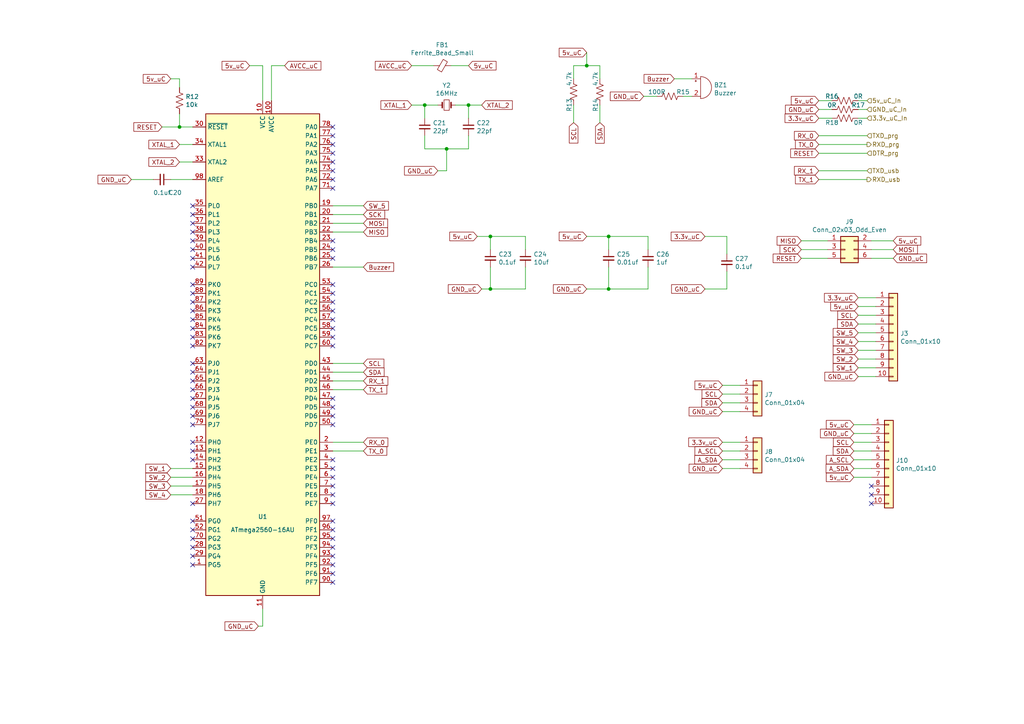
<source format=kicad_sch>
(kicad_sch (version 20211123) (generator eeschema)

  (uuid 62f15a9a-9893-486e-9ad0-ea43f88fc9e7)

  (paper "A4")

  (lib_symbols
    (symbol "Connector_Generic:Conn_01x04" (pin_names (offset 1.016) hide) (in_bom yes) (on_board yes)
      (property "Reference" "J" (id 0) (at 0 5.08 0)
        (effects (font (size 1.27 1.27)))
      )
      (property "Value" "Conn_01x04" (id 1) (at 0 -7.62 0)
        (effects (font (size 1.27 1.27)))
      )
      (property "Footprint" "" (id 2) (at 0 0 0)
        (effects (font (size 1.27 1.27)) hide)
      )
      (property "Datasheet" "~" (id 3) (at 0 0 0)
        (effects (font (size 1.27 1.27)) hide)
      )
      (property "ki_keywords" "connector" (id 4) (at 0 0 0)
        (effects (font (size 1.27 1.27)) hide)
      )
      (property "ki_description" "Generic connector, single row, 01x04, script generated (kicad-library-utils/schlib/autogen/connector/)" (id 5) (at 0 0 0)
        (effects (font (size 1.27 1.27)) hide)
      )
      (property "ki_fp_filters" "Connector*:*_1x??_*" (id 6) (at 0 0 0)
        (effects (font (size 1.27 1.27)) hide)
      )
      (symbol "Conn_01x04_1_1"
        (rectangle (start -1.27 -4.953) (end 0 -5.207)
          (stroke (width 0.1524) (type default) (color 0 0 0 0))
          (fill (type none))
        )
        (rectangle (start -1.27 -2.413) (end 0 -2.667)
          (stroke (width 0.1524) (type default) (color 0 0 0 0))
          (fill (type none))
        )
        (rectangle (start -1.27 0.127) (end 0 -0.127)
          (stroke (width 0.1524) (type default) (color 0 0 0 0))
          (fill (type none))
        )
        (rectangle (start -1.27 2.667) (end 0 2.413)
          (stroke (width 0.1524) (type default) (color 0 0 0 0))
          (fill (type none))
        )
        (rectangle (start -1.27 3.81) (end 1.27 -6.35)
          (stroke (width 0.254) (type default) (color 0 0 0 0))
          (fill (type background))
        )
        (pin passive line (at -5.08 2.54 0) (length 3.81)
          (name "Pin_1" (effects (font (size 1.27 1.27))))
          (number "1" (effects (font (size 1.27 1.27))))
        )
        (pin passive line (at -5.08 0 0) (length 3.81)
          (name "Pin_2" (effects (font (size 1.27 1.27))))
          (number "2" (effects (font (size 1.27 1.27))))
        )
        (pin passive line (at -5.08 -2.54 0) (length 3.81)
          (name "Pin_3" (effects (font (size 1.27 1.27))))
          (number "3" (effects (font (size 1.27 1.27))))
        )
        (pin passive line (at -5.08 -5.08 0) (length 3.81)
          (name "Pin_4" (effects (font (size 1.27 1.27))))
          (number "4" (effects (font (size 1.27 1.27))))
        )
      )
    )
    (symbol "Connector_Generic:Conn_01x10" (pin_names (offset 1.016) hide) (in_bom yes) (on_board yes)
      (property "Reference" "J" (id 0) (at 0 12.7 0)
        (effects (font (size 1.27 1.27)))
      )
      (property "Value" "Conn_01x10" (id 1) (at 0 -15.24 0)
        (effects (font (size 1.27 1.27)))
      )
      (property "Footprint" "" (id 2) (at 0 0 0)
        (effects (font (size 1.27 1.27)) hide)
      )
      (property "Datasheet" "~" (id 3) (at 0 0 0)
        (effects (font (size 1.27 1.27)) hide)
      )
      (property "ki_keywords" "connector" (id 4) (at 0 0 0)
        (effects (font (size 1.27 1.27)) hide)
      )
      (property "ki_description" "Generic connector, single row, 01x10, script generated (kicad-library-utils/schlib/autogen/connector/)" (id 5) (at 0 0 0)
        (effects (font (size 1.27 1.27)) hide)
      )
      (property "ki_fp_filters" "Connector*:*_1x??_*" (id 6) (at 0 0 0)
        (effects (font (size 1.27 1.27)) hide)
      )
      (symbol "Conn_01x10_1_1"
        (rectangle (start -1.27 -12.573) (end 0 -12.827)
          (stroke (width 0.1524) (type default) (color 0 0 0 0))
          (fill (type none))
        )
        (rectangle (start -1.27 -10.033) (end 0 -10.287)
          (stroke (width 0.1524) (type default) (color 0 0 0 0))
          (fill (type none))
        )
        (rectangle (start -1.27 -7.493) (end 0 -7.747)
          (stroke (width 0.1524) (type default) (color 0 0 0 0))
          (fill (type none))
        )
        (rectangle (start -1.27 -4.953) (end 0 -5.207)
          (stroke (width 0.1524) (type default) (color 0 0 0 0))
          (fill (type none))
        )
        (rectangle (start -1.27 -2.413) (end 0 -2.667)
          (stroke (width 0.1524) (type default) (color 0 0 0 0))
          (fill (type none))
        )
        (rectangle (start -1.27 0.127) (end 0 -0.127)
          (stroke (width 0.1524) (type default) (color 0 0 0 0))
          (fill (type none))
        )
        (rectangle (start -1.27 2.667) (end 0 2.413)
          (stroke (width 0.1524) (type default) (color 0 0 0 0))
          (fill (type none))
        )
        (rectangle (start -1.27 5.207) (end 0 4.953)
          (stroke (width 0.1524) (type default) (color 0 0 0 0))
          (fill (type none))
        )
        (rectangle (start -1.27 7.747) (end 0 7.493)
          (stroke (width 0.1524) (type default) (color 0 0 0 0))
          (fill (type none))
        )
        (rectangle (start -1.27 10.287) (end 0 10.033)
          (stroke (width 0.1524) (type default) (color 0 0 0 0))
          (fill (type none))
        )
        (rectangle (start -1.27 11.43) (end 1.27 -13.97)
          (stroke (width 0.254) (type default) (color 0 0 0 0))
          (fill (type background))
        )
        (pin passive line (at -5.08 10.16 0) (length 3.81)
          (name "Pin_1" (effects (font (size 1.27 1.27))))
          (number "1" (effects (font (size 1.27 1.27))))
        )
        (pin passive line (at -5.08 -12.7 0) (length 3.81)
          (name "Pin_10" (effects (font (size 1.27 1.27))))
          (number "10" (effects (font (size 1.27 1.27))))
        )
        (pin passive line (at -5.08 7.62 0) (length 3.81)
          (name "Pin_2" (effects (font (size 1.27 1.27))))
          (number "2" (effects (font (size 1.27 1.27))))
        )
        (pin passive line (at -5.08 5.08 0) (length 3.81)
          (name "Pin_3" (effects (font (size 1.27 1.27))))
          (number "3" (effects (font (size 1.27 1.27))))
        )
        (pin passive line (at -5.08 2.54 0) (length 3.81)
          (name "Pin_4" (effects (font (size 1.27 1.27))))
          (number "4" (effects (font (size 1.27 1.27))))
        )
        (pin passive line (at -5.08 0 0) (length 3.81)
          (name "Pin_5" (effects (font (size 1.27 1.27))))
          (number "5" (effects (font (size 1.27 1.27))))
        )
        (pin passive line (at -5.08 -2.54 0) (length 3.81)
          (name "Pin_6" (effects (font (size 1.27 1.27))))
          (number "6" (effects (font (size 1.27 1.27))))
        )
        (pin passive line (at -5.08 -5.08 0) (length 3.81)
          (name "Pin_7" (effects (font (size 1.27 1.27))))
          (number "7" (effects (font (size 1.27 1.27))))
        )
        (pin passive line (at -5.08 -7.62 0) (length 3.81)
          (name "Pin_8" (effects (font (size 1.27 1.27))))
          (number "8" (effects (font (size 1.27 1.27))))
        )
        (pin passive line (at -5.08 -10.16 0) (length 3.81)
          (name "Pin_9" (effects (font (size 1.27 1.27))))
          (number "9" (effects (font (size 1.27 1.27))))
        )
      )
    )
    (symbol "Connector_Generic:Conn_02x03_Odd_Even" (pin_names (offset 1.016) hide) (in_bom yes) (on_board yes)
      (property "Reference" "J" (id 0) (at 1.27 5.08 0)
        (effects (font (size 1.27 1.27)))
      )
      (property "Value" "Conn_02x03_Odd_Even" (id 1) (at 1.27 -5.08 0)
        (effects (font (size 1.27 1.27)))
      )
      (property "Footprint" "" (id 2) (at 0 0 0)
        (effects (font (size 1.27 1.27)) hide)
      )
      (property "Datasheet" "~" (id 3) (at 0 0 0)
        (effects (font (size 1.27 1.27)) hide)
      )
      (property "ki_keywords" "connector" (id 4) (at 0 0 0)
        (effects (font (size 1.27 1.27)) hide)
      )
      (property "ki_description" "Generic connector, double row, 02x03, odd/even pin numbering scheme (row 1 odd numbers, row 2 even numbers), script generated (kicad-library-utils/schlib/autogen/connector/)" (id 5) (at 0 0 0)
        (effects (font (size 1.27 1.27)) hide)
      )
      (property "ki_fp_filters" "Connector*:*_2x??_*" (id 6) (at 0 0 0)
        (effects (font (size 1.27 1.27)) hide)
      )
      (symbol "Conn_02x03_Odd_Even_1_1"
        (rectangle (start -1.27 -2.413) (end 0 -2.667)
          (stroke (width 0.1524) (type default) (color 0 0 0 0))
          (fill (type none))
        )
        (rectangle (start -1.27 0.127) (end 0 -0.127)
          (stroke (width 0.1524) (type default) (color 0 0 0 0))
          (fill (type none))
        )
        (rectangle (start -1.27 2.667) (end 0 2.413)
          (stroke (width 0.1524) (type default) (color 0 0 0 0))
          (fill (type none))
        )
        (rectangle (start -1.27 3.81) (end 3.81 -3.81)
          (stroke (width 0.254) (type default) (color 0 0 0 0))
          (fill (type background))
        )
        (rectangle (start 3.81 -2.413) (end 2.54 -2.667)
          (stroke (width 0.1524) (type default) (color 0 0 0 0))
          (fill (type none))
        )
        (rectangle (start 3.81 0.127) (end 2.54 -0.127)
          (stroke (width 0.1524) (type default) (color 0 0 0 0))
          (fill (type none))
        )
        (rectangle (start 3.81 2.667) (end 2.54 2.413)
          (stroke (width 0.1524) (type default) (color 0 0 0 0))
          (fill (type none))
        )
        (pin passive line (at -5.08 2.54 0) (length 3.81)
          (name "Pin_1" (effects (font (size 1.27 1.27))))
          (number "1" (effects (font (size 1.27 1.27))))
        )
        (pin passive line (at 7.62 2.54 180) (length 3.81)
          (name "Pin_2" (effects (font (size 1.27 1.27))))
          (number "2" (effects (font (size 1.27 1.27))))
        )
        (pin passive line (at -5.08 0 0) (length 3.81)
          (name "Pin_3" (effects (font (size 1.27 1.27))))
          (number "3" (effects (font (size 1.27 1.27))))
        )
        (pin passive line (at 7.62 0 180) (length 3.81)
          (name "Pin_4" (effects (font (size 1.27 1.27))))
          (number "4" (effects (font (size 1.27 1.27))))
        )
        (pin passive line (at -5.08 -2.54 0) (length 3.81)
          (name "Pin_5" (effects (font (size 1.27 1.27))))
          (number "5" (effects (font (size 1.27 1.27))))
        )
        (pin passive line (at 7.62 -2.54 180) (length 3.81)
          (name "Pin_6" (effects (font (size 1.27 1.27))))
          (number "6" (effects (font (size 1.27 1.27))))
        )
      )
    )
    (symbol "Device:Buzzer" (pin_names (offset 0.0254) hide) (in_bom yes) (on_board yes)
      (property "Reference" "BZ" (id 0) (at 3.81 1.27 0)
        (effects (font (size 1.27 1.27)) (justify left))
      )
      (property "Value" "Buzzer" (id 1) (at 3.81 -1.27 0)
        (effects (font (size 1.27 1.27)) (justify left))
      )
      (property "Footprint" "" (id 2) (at -0.635 2.54 90)
        (effects (font (size 1.27 1.27)) hide)
      )
      (property "Datasheet" "~" (id 3) (at -0.635 2.54 90)
        (effects (font (size 1.27 1.27)) hide)
      )
      (property "ki_keywords" "quartz resonator ceramic" (id 4) (at 0 0 0)
        (effects (font (size 1.27 1.27)) hide)
      )
      (property "ki_description" "Buzzer, polarized" (id 5) (at 0 0 0)
        (effects (font (size 1.27 1.27)) hide)
      )
      (property "ki_fp_filters" "*Buzzer*" (id 6) (at 0 0 0)
        (effects (font (size 1.27 1.27)) hide)
      )
      (symbol "Buzzer_0_1"
        (arc (start 0 -3.175) (mid 3.175 0) (end 0 3.175)
          (stroke (width 0) (type default) (color 0 0 0 0))
          (fill (type none))
        )
        (polyline
          (pts
            (xy -1.651 1.905)
            (xy -1.143 1.905)
          )
          (stroke (width 0) (type default) (color 0 0 0 0))
          (fill (type none))
        )
        (polyline
          (pts
            (xy -1.397 2.159)
            (xy -1.397 1.651)
          )
          (stroke (width 0) (type default) (color 0 0 0 0))
          (fill (type none))
        )
        (polyline
          (pts
            (xy 0 3.175)
            (xy 0 -3.175)
          )
          (stroke (width 0) (type default) (color 0 0 0 0))
          (fill (type none))
        )
      )
      (symbol "Buzzer_1_1"
        (pin passive line (at -2.54 2.54 0) (length 2.54)
          (name "-" (effects (font (size 1.27 1.27))))
          (number "1" (effects (font (size 1.27 1.27))))
        )
        (pin passive line (at -2.54 -2.54 0) (length 2.54)
          (name "+" (effects (font (size 1.27 1.27))))
          (number "2" (effects (font (size 1.27 1.27))))
        )
      )
    )
    (symbol "Device:C_Small" (pin_numbers hide) (pin_names (offset 0.254) hide) (in_bom yes) (on_board yes)
      (property "Reference" "C" (id 0) (at 0.254 1.778 0)
        (effects (font (size 1.27 1.27)) (justify left))
      )
      (property "Value" "C_Small" (id 1) (at 0.254 -2.032 0)
        (effects (font (size 1.27 1.27)) (justify left))
      )
      (property "Footprint" "" (id 2) (at 0 0 0)
        (effects (font (size 1.27 1.27)) hide)
      )
      (property "Datasheet" "~" (id 3) (at 0 0 0)
        (effects (font (size 1.27 1.27)) hide)
      )
      (property "ki_keywords" "capacitor cap" (id 4) (at 0 0 0)
        (effects (font (size 1.27 1.27)) hide)
      )
      (property "ki_description" "Unpolarized capacitor, small symbol" (id 5) (at 0 0 0)
        (effects (font (size 1.27 1.27)) hide)
      )
      (property "ki_fp_filters" "C_*" (id 6) (at 0 0 0)
        (effects (font (size 1.27 1.27)) hide)
      )
      (symbol "C_Small_0_1"
        (polyline
          (pts
            (xy -1.524 -0.508)
            (xy 1.524 -0.508)
          )
          (stroke (width 0.3302) (type default) (color 0 0 0 0))
          (fill (type none))
        )
        (polyline
          (pts
            (xy -1.524 0.508)
            (xy 1.524 0.508)
          )
          (stroke (width 0.3048) (type default) (color 0 0 0 0))
          (fill (type none))
        )
      )
      (symbol "C_Small_1_1"
        (pin passive line (at 0 2.54 270) (length 2.032)
          (name "~" (effects (font (size 1.27 1.27))))
          (number "1" (effects (font (size 1.27 1.27))))
        )
        (pin passive line (at 0 -2.54 90) (length 2.032)
          (name "~" (effects (font (size 1.27 1.27))))
          (number "2" (effects (font (size 1.27 1.27))))
        )
      )
    )
    (symbol "Device:Crystal_Small" (pin_numbers hide) (pin_names (offset 1.016) hide) (in_bom yes) (on_board yes)
      (property "Reference" "Y" (id 0) (at 0 2.54 0)
        (effects (font (size 1.27 1.27)))
      )
      (property "Value" "Crystal_Small" (id 1) (at 0 -2.54 0)
        (effects (font (size 1.27 1.27)))
      )
      (property "Footprint" "" (id 2) (at 0 0 0)
        (effects (font (size 1.27 1.27)) hide)
      )
      (property "Datasheet" "~" (id 3) (at 0 0 0)
        (effects (font (size 1.27 1.27)) hide)
      )
      (property "ki_keywords" "quartz ceramic resonator oscillator" (id 4) (at 0 0 0)
        (effects (font (size 1.27 1.27)) hide)
      )
      (property "ki_description" "Two pin crystal, small symbol" (id 5) (at 0 0 0)
        (effects (font (size 1.27 1.27)) hide)
      )
      (property "ki_fp_filters" "Crystal*" (id 6) (at 0 0 0)
        (effects (font (size 1.27 1.27)) hide)
      )
      (symbol "Crystal_Small_0_1"
        (rectangle (start -0.762 -1.524) (end 0.762 1.524)
          (stroke (width 0) (type default) (color 0 0 0 0))
          (fill (type none))
        )
        (polyline
          (pts
            (xy -1.27 -0.762)
            (xy -1.27 0.762)
          )
          (stroke (width 0.381) (type default) (color 0 0 0 0))
          (fill (type none))
        )
        (polyline
          (pts
            (xy 1.27 -0.762)
            (xy 1.27 0.762)
          )
          (stroke (width 0.381) (type default) (color 0 0 0 0))
          (fill (type none))
        )
      )
      (symbol "Crystal_Small_1_1"
        (pin passive line (at -2.54 0 0) (length 1.27)
          (name "1" (effects (font (size 1.27 1.27))))
          (number "1" (effects (font (size 1.27 1.27))))
        )
        (pin passive line (at 2.54 0 180) (length 1.27)
          (name "2" (effects (font (size 1.27 1.27))))
          (number "2" (effects (font (size 1.27 1.27))))
        )
      )
    )
    (symbol "Device:Ferrite_Bead_Small" (pin_numbers hide) (pin_names (offset 0)) (in_bom yes) (on_board yes)
      (property "Reference" "FB" (id 0) (at 1.905 1.27 0)
        (effects (font (size 1.27 1.27)) (justify left))
      )
      (property "Value" "Device_Ferrite_Bead_Small" (id 1) (at 1.905 -1.27 0)
        (effects (font (size 1.27 1.27)) (justify left))
      )
      (property "Footprint" "" (id 2) (at -1.778 0 90)
        (effects (font (size 1.27 1.27)) hide)
      )
      (property "Datasheet" "" (id 3) (at 0 0 0)
        (effects (font (size 1.27 1.27)) hide)
      )
      (property "ki_fp_filters" "Inductor_* L_* *Ferrite*" (id 4) (at 0 0 0)
        (effects (font (size 1.27 1.27)) hide)
      )
      (symbol "Ferrite_Bead_Small_0_1"
        (polyline
          (pts
            (xy 0 -1.27)
            (xy 0 -0.7874)
          )
          (stroke (width 0) (type default) (color 0 0 0 0))
          (fill (type none))
        )
        (polyline
          (pts
            (xy 0 0.889)
            (xy 0 1.2954)
          )
          (stroke (width 0) (type default) (color 0 0 0 0))
          (fill (type none))
        )
        (polyline
          (pts
            (xy -1.8288 0.2794)
            (xy -1.1176 1.4986)
            (xy 1.8288 -0.2032)
            (xy 1.1176 -1.4224)
            (xy -1.8288 0.2794)
          )
          (stroke (width 0) (type default) (color 0 0 0 0))
          (fill (type none))
        )
      )
      (symbol "Ferrite_Bead_Small_1_1"
        (pin passive line (at 0 2.54 270) (length 1.27)
          (name "~" (effects (font (size 1.27 1.27))))
          (number "1" (effects (font (size 1.27 1.27))))
        )
        (pin passive line (at 0 -2.54 90) (length 1.27)
          (name "~" (effects (font (size 1.27 1.27))))
          (number "2" (effects (font (size 1.27 1.27))))
        )
      )
    )
    (symbol "Device:R_US" (pin_numbers hide) (pin_names (offset 0)) (in_bom yes) (on_board yes)
      (property "Reference" "R" (id 0) (at 2.54 0 90)
        (effects (font (size 1.27 1.27)))
      )
      (property "Value" "R_US" (id 1) (at -2.54 0 90)
        (effects (font (size 1.27 1.27)))
      )
      (property "Footprint" "" (id 2) (at 1.016 -0.254 90)
        (effects (font (size 1.27 1.27)) hide)
      )
      (property "Datasheet" "~" (id 3) (at 0 0 0)
        (effects (font (size 1.27 1.27)) hide)
      )
      (property "ki_keywords" "R res resistor" (id 4) (at 0 0 0)
        (effects (font (size 1.27 1.27)) hide)
      )
      (property "ki_description" "Resistor, US symbol" (id 5) (at 0 0 0)
        (effects (font (size 1.27 1.27)) hide)
      )
      (property "ki_fp_filters" "R_*" (id 6) (at 0 0 0)
        (effects (font (size 1.27 1.27)) hide)
      )
      (symbol "R_US_0_1"
        (polyline
          (pts
            (xy 0 -2.286)
            (xy 0 -2.54)
          )
          (stroke (width 0) (type default) (color 0 0 0 0))
          (fill (type none))
        )
        (polyline
          (pts
            (xy 0 2.286)
            (xy 0 2.54)
          )
          (stroke (width 0) (type default) (color 0 0 0 0))
          (fill (type none))
        )
        (polyline
          (pts
            (xy 0 -0.762)
            (xy 1.016 -1.143)
            (xy 0 -1.524)
            (xy -1.016 -1.905)
            (xy 0 -2.286)
          )
          (stroke (width 0) (type default) (color 0 0 0 0))
          (fill (type none))
        )
        (polyline
          (pts
            (xy 0 0.762)
            (xy 1.016 0.381)
            (xy 0 0)
            (xy -1.016 -0.381)
            (xy 0 -0.762)
          )
          (stroke (width 0) (type default) (color 0 0 0 0))
          (fill (type none))
        )
        (polyline
          (pts
            (xy 0 2.286)
            (xy 1.016 1.905)
            (xy 0 1.524)
            (xy -1.016 1.143)
            (xy 0 0.762)
          )
          (stroke (width 0) (type default) (color 0 0 0 0))
          (fill (type none))
        )
      )
      (symbol "R_US_1_1"
        (pin passive line (at 0 3.81 270) (length 1.27)
          (name "~" (effects (font (size 1.27 1.27))))
          (number "1" (effects (font (size 1.27 1.27))))
        )
        (pin passive line (at 0 -3.81 90) (length 1.27)
          (name "~" (effects (font (size 1.27 1.27))))
          (number "2" (effects (font (size 1.27 1.27))))
        )
      )
    )
    (symbol "MCU_Microchip_ATmega:ATmega2560-16AU" (in_bom yes) (on_board yes)
      (property "Reference" "U" (id 0) (at 0 1.27 0)
        (effects (font (size 1.27 1.27)) (justify bottom))
      )
      (property "Value" "MCU_Microchip_ATmega_ATmega2560-16AU" (id 1) (at 0 -1.27 0)
        (effects (font (size 1.27 1.27)) (justify top))
      )
      (property "Footprint" "Package_QFP:TQFP-100_14x14mm_P0.5mm" (id 2) (at 0 0 0)
        (effects (font (size 1.27 1.27) italic) hide)
      )
      (property "Datasheet" "" (id 3) (at 0 0 0)
        (effects (font (size 1.27 1.27)) hide)
      )
      (property "ki_fp_filters" "TQFP*14x14mm*P0.5mm*" (id 4) (at 0 0 0)
        (effects (font (size 1.27 1.27)) hide)
      )
      (symbol "ATmega2560-16AU_0_1"
        (rectangle (start -16.51 -69.85) (end 16.51 69.85)
          (stroke (width 0.254) (type default) (color 0 0 0 0))
          (fill (type background))
        )
      )
      (symbol "ATmega2560-16AU_1_1"
        (pin bidirectional line (at -20.32 -60.96 0) (length 3.81)
          (name "PG5" (effects (font (size 1.27 1.27))))
          (number "1" (effects (font (size 1.27 1.27))))
        )
        (pin power_in line (at 0 73.66 270) (length 3.81)
          (name "VCC" (effects (font (size 1.27 1.27))))
          (number "10" (effects (font (size 1.27 1.27))))
        )
        (pin power_in line (at 2.54 73.66 270) (length 3.81)
          (name "AVCC" (effects (font (size 1.27 1.27))))
          (number "100" (effects (font (size 1.27 1.27))))
        )
        (pin power_in line (at 0 -73.66 90) (length 3.81)
          (name "GND" (effects (font (size 1.27 1.27))))
          (number "11" (effects (font (size 1.27 1.27))))
        )
        (pin bidirectional line (at -20.32 -25.4 0) (length 3.81)
          (name "PH0" (effects (font (size 1.27 1.27))))
          (number "12" (effects (font (size 1.27 1.27))))
        )
        (pin bidirectional line (at -20.32 -27.94 0) (length 3.81)
          (name "PH1" (effects (font (size 1.27 1.27))))
          (number "13" (effects (font (size 1.27 1.27))))
        )
        (pin bidirectional line (at -20.32 -30.48 0) (length 3.81)
          (name "PH2" (effects (font (size 1.27 1.27))))
          (number "14" (effects (font (size 1.27 1.27))))
        )
        (pin bidirectional line (at -20.32 -33.02 0) (length 3.81)
          (name "PH3" (effects (font (size 1.27 1.27))))
          (number "15" (effects (font (size 1.27 1.27))))
        )
        (pin bidirectional line (at -20.32 -35.56 0) (length 3.81)
          (name "PH4" (effects (font (size 1.27 1.27))))
          (number "16" (effects (font (size 1.27 1.27))))
        )
        (pin bidirectional line (at -20.32 -38.1 0) (length 3.81)
          (name "PH5" (effects (font (size 1.27 1.27))))
          (number "17" (effects (font (size 1.27 1.27))))
        )
        (pin bidirectional line (at -20.32 -40.64 0) (length 3.81)
          (name "PH6" (effects (font (size 1.27 1.27))))
          (number "18" (effects (font (size 1.27 1.27))))
        )
        (pin bidirectional line (at 20.32 43.18 180) (length 3.81)
          (name "PB0" (effects (font (size 1.27 1.27))))
          (number "19" (effects (font (size 1.27 1.27))))
        )
        (pin bidirectional line (at 20.32 -25.4 180) (length 3.81)
          (name "PE0" (effects (font (size 1.27 1.27))))
          (number "2" (effects (font (size 1.27 1.27))))
        )
        (pin bidirectional line (at 20.32 40.64 180) (length 3.81)
          (name "PB1" (effects (font (size 1.27 1.27))))
          (number "20" (effects (font (size 1.27 1.27))))
        )
        (pin bidirectional line (at 20.32 38.1 180) (length 3.81)
          (name "PB2" (effects (font (size 1.27 1.27))))
          (number "21" (effects (font (size 1.27 1.27))))
        )
        (pin bidirectional line (at 20.32 35.56 180) (length 3.81)
          (name "PB3" (effects (font (size 1.27 1.27))))
          (number "22" (effects (font (size 1.27 1.27))))
        )
        (pin bidirectional line (at 20.32 33.02 180) (length 3.81)
          (name "PB4" (effects (font (size 1.27 1.27))))
          (number "23" (effects (font (size 1.27 1.27))))
        )
        (pin bidirectional line (at 20.32 30.48 180) (length 3.81)
          (name "PB5" (effects (font (size 1.27 1.27))))
          (number "24" (effects (font (size 1.27 1.27))))
        )
        (pin bidirectional line (at 20.32 27.94 180) (length 3.81)
          (name "PB6" (effects (font (size 1.27 1.27))))
          (number "25" (effects (font (size 1.27 1.27))))
        )
        (pin bidirectional line (at 20.32 25.4 180) (length 3.81)
          (name "PB7" (effects (font (size 1.27 1.27))))
          (number "26" (effects (font (size 1.27 1.27))))
        )
        (pin bidirectional line (at -20.32 -43.18 0) (length 3.81)
          (name "PH7" (effects (font (size 1.27 1.27))))
          (number "27" (effects (font (size 1.27 1.27))))
        )
        (pin bidirectional line (at -20.32 -55.88 0) (length 3.81)
          (name "PG3" (effects (font (size 1.27 1.27))))
          (number "28" (effects (font (size 1.27 1.27))))
        )
        (pin bidirectional line (at -20.32 -58.42 0) (length 3.81)
          (name "PG4" (effects (font (size 1.27 1.27))))
          (number "29" (effects (font (size 1.27 1.27))))
        )
        (pin bidirectional line (at 20.32 -27.94 180) (length 3.81)
          (name "PE1" (effects (font (size 1.27 1.27))))
          (number "3" (effects (font (size 1.27 1.27))))
        )
        (pin input line (at -20.32 66.04 0) (length 3.81)
          (name "~{RESET}" (effects (font (size 1.27 1.27))))
          (number "30" (effects (font (size 1.27 1.27))))
        )
        (pin passive line (at 0 73.66 270) (length 3.81) hide
          (name "VCC" (effects (font (size 1.27 1.27))))
          (number "31" (effects (font (size 1.27 1.27))))
        )
        (pin passive line (at 0 -73.66 90) (length 3.81) hide
          (name "GND" (effects (font (size 1.27 1.27))))
          (number "32" (effects (font (size 1.27 1.27))))
        )
        (pin output line (at -20.32 55.88 0) (length 3.81)
          (name "XTAL2" (effects (font (size 1.27 1.27))))
          (number "33" (effects (font (size 1.27 1.27))))
        )
        (pin input line (at -20.32 60.96 0) (length 3.81)
          (name "XTAL1" (effects (font (size 1.27 1.27))))
          (number "34" (effects (font (size 1.27 1.27))))
        )
        (pin bidirectional line (at -20.32 43.18 0) (length 3.81)
          (name "PL0" (effects (font (size 1.27 1.27))))
          (number "35" (effects (font (size 1.27 1.27))))
        )
        (pin bidirectional line (at -20.32 40.64 0) (length 3.81)
          (name "PL1" (effects (font (size 1.27 1.27))))
          (number "36" (effects (font (size 1.27 1.27))))
        )
        (pin bidirectional line (at -20.32 38.1 0) (length 3.81)
          (name "PL2" (effects (font (size 1.27 1.27))))
          (number "37" (effects (font (size 1.27 1.27))))
        )
        (pin bidirectional line (at -20.32 35.56 0) (length 3.81)
          (name "PL3" (effects (font (size 1.27 1.27))))
          (number "38" (effects (font (size 1.27 1.27))))
        )
        (pin bidirectional line (at -20.32 33.02 0) (length 3.81)
          (name "PL4" (effects (font (size 1.27 1.27))))
          (number "39" (effects (font (size 1.27 1.27))))
        )
        (pin bidirectional line (at 20.32 -30.48 180) (length 3.81)
          (name "PE2" (effects (font (size 1.27 1.27))))
          (number "4" (effects (font (size 1.27 1.27))))
        )
        (pin bidirectional line (at -20.32 30.48 0) (length 3.81)
          (name "PL5" (effects (font (size 1.27 1.27))))
          (number "40" (effects (font (size 1.27 1.27))))
        )
        (pin bidirectional line (at -20.32 27.94 0) (length 3.81)
          (name "PL6" (effects (font (size 1.27 1.27))))
          (number "41" (effects (font (size 1.27 1.27))))
        )
        (pin bidirectional line (at -20.32 25.4 0) (length 3.81)
          (name "PL7" (effects (font (size 1.27 1.27))))
          (number "42" (effects (font (size 1.27 1.27))))
        )
        (pin bidirectional line (at 20.32 -2.54 180) (length 3.81)
          (name "PD0" (effects (font (size 1.27 1.27))))
          (number "43" (effects (font (size 1.27 1.27))))
        )
        (pin bidirectional line (at 20.32 -5.08 180) (length 3.81)
          (name "PD1" (effects (font (size 1.27 1.27))))
          (number "44" (effects (font (size 1.27 1.27))))
        )
        (pin bidirectional line (at 20.32 -7.62 180) (length 3.81)
          (name "PD2" (effects (font (size 1.27 1.27))))
          (number "45" (effects (font (size 1.27 1.27))))
        )
        (pin bidirectional line (at 20.32 -10.16 180) (length 3.81)
          (name "PD3" (effects (font (size 1.27 1.27))))
          (number "46" (effects (font (size 1.27 1.27))))
        )
        (pin bidirectional line (at 20.32 -12.7 180) (length 3.81)
          (name "PD4" (effects (font (size 1.27 1.27))))
          (number "47" (effects (font (size 1.27 1.27))))
        )
        (pin bidirectional line (at 20.32 -15.24 180) (length 3.81)
          (name "PD5" (effects (font (size 1.27 1.27))))
          (number "48" (effects (font (size 1.27 1.27))))
        )
        (pin bidirectional line (at 20.32 -17.78 180) (length 3.81)
          (name "PD6" (effects (font (size 1.27 1.27))))
          (number "49" (effects (font (size 1.27 1.27))))
        )
        (pin bidirectional line (at 20.32 -33.02 180) (length 3.81)
          (name "PE3" (effects (font (size 1.27 1.27))))
          (number "5" (effects (font (size 1.27 1.27))))
        )
        (pin bidirectional line (at 20.32 -20.32 180) (length 3.81)
          (name "PD7" (effects (font (size 1.27 1.27))))
          (number "50" (effects (font (size 1.27 1.27))))
        )
        (pin bidirectional line (at -20.32 -48.26 0) (length 3.81)
          (name "PG0" (effects (font (size 1.27 1.27))))
          (number "51" (effects (font (size 1.27 1.27))))
        )
        (pin bidirectional line (at -20.32 -50.8 0) (length 3.81)
          (name "PG1" (effects (font (size 1.27 1.27))))
          (number "52" (effects (font (size 1.27 1.27))))
        )
        (pin bidirectional line (at 20.32 20.32 180) (length 3.81)
          (name "PC0" (effects (font (size 1.27 1.27))))
          (number "53" (effects (font (size 1.27 1.27))))
        )
        (pin bidirectional line (at 20.32 17.78 180) (length 3.81)
          (name "PC1" (effects (font (size 1.27 1.27))))
          (number "54" (effects (font (size 1.27 1.27))))
        )
        (pin bidirectional line (at 20.32 15.24 180) (length 3.81)
          (name "PC2" (effects (font (size 1.27 1.27))))
          (number "55" (effects (font (size 1.27 1.27))))
        )
        (pin bidirectional line (at 20.32 12.7 180) (length 3.81)
          (name "PC3" (effects (font (size 1.27 1.27))))
          (number "56" (effects (font (size 1.27 1.27))))
        )
        (pin bidirectional line (at 20.32 10.16 180) (length 3.81)
          (name "PC4" (effects (font (size 1.27 1.27))))
          (number "57" (effects (font (size 1.27 1.27))))
        )
        (pin bidirectional line (at 20.32 7.62 180) (length 3.81)
          (name "PC5" (effects (font (size 1.27 1.27))))
          (number "58" (effects (font (size 1.27 1.27))))
        )
        (pin bidirectional line (at 20.32 5.08 180) (length 3.81)
          (name "PC6" (effects (font (size 1.27 1.27))))
          (number "59" (effects (font (size 1.27 1.27))))
        )
        (pin bidirectional line (at 20.32 -35.56 180) (length 3.81)
          (name "PE4" (effects (font (size 1.27 1.27))))
          (number "6" (effects (font (size 1.27 1.27))))
        )
        (pin bidirectional line (at 20.32 2.54 180) (length 3.81)
          (name "PC7" (effects (font (size 1.27 1.27))))
          (number "60" (effects (font (size 1.27 1.27))))
        )
        (pin passive line (at 0 73.66 270) (length 3.81) hide
          (name "VCC" (effects (font (size 1.27 1.27))))
          (number "61" (effects (font (size 1.27 1.27))))
        )
        (pin passive line (at 0 -73.66 90) (length 3.81) hide
          (name "GND" (effects (font (size 1.27 1.27))))
          (number "62" (effects (font (size 1.27 1.27))))
        )
        (pin bidirectional line (at -20.32 -2.54 0) (length 3.81)
          (name "PJ0" (effects (font (size 1.27 1.27))))
          (number "63" (effects (font (size 1.27 1.27))))
        )
        (pin bidirectional line (at -20.32 -5.08 0) (length 3.81)
          (name "PJ1" (effects (font (size 1.27 1.27))))
          (number "64" (effects (font (size 1.27 1.27))))
        )
        (pin bidirectional line (at -20.32 -7.62 0) (length 3.81)
          (name "PJ2" (effects (font (size 1.27 1.27))))
          (number "65" (effects (font (size 1.27 1.27))))
        )
        (pin bidirectional line (at -20.32 -10.16 0) (length 3.81)
          (name "PJ3" (effects (font (size 1.27 1.27))))
          (number "66" (effects (font (size 1.27 1.27))))
        )
        (pin bidirectional line (at -20.32 -12.7 0) (length 3.81)
          (name "PJ4" (effects (font (size 1.27 1.27))))
          (number "67" (effects (font (size 1.27 1.27))))
        )
        (pin bidirectional line (at -20.32 -15.24 0) (length 3.81)
          (name "PJ5" (effects (font (size 1.27 1.27))))
          (number "68" (effects (font (size 1.27 1.27))))
        )
        (pin bidirectional line (at -20.32 -17.78 0) (length 3.81)
          (name "PJ6" (effects (font (size 1.27 1.27))))
          (number "69" (effects (font (size 1.27 1.27))))
        )
        (pin bidirectional line (at 20.32 -38.1 180) (length 3.81)
          (name "PE5" (effects (font (size 1.27 1.27))))
          (number "7" (effects (font (size 1.27 1.27))))
        )
        (pin bidirectional line (at -20.32 -53.34 0) (length 3.81)
          (name "PG2" (effects (font (size 1.27 1.27))))
          (number "70" (effects (font (size 1.27 1.27))))
        )
        (pin bidirectional line (at 20.32 48.26 180) (length 3.81)
          (name "PA7" (effects (font (size 1.27 1.27))))
          (number "71" (effects (font (size 1.27 1.27))))
        )
        (pin bidirectional line (at 20.32 50.8 180) (length 3.81)
          (name "PA6" (effects (font (size 1.27 1.27))))
          (number "72" (effects (font (size 1.27 1.27))))
        )
        (pin bidirectional line (at 20.32 53.34 180) (length 3.81)
          (name "PA5" (effects (font (size 1.27 1.27))))
          (number "73" (effects (font (size 1.27 1.27))))
        )
        (pin bidirectional line (at 20.32 55.88 180) (length 3.81)
          (name "PA4" (effects (font (size 1.27 1.27))))
          (number "74" (effects (font (size 1.27 1.27))))
        )
        (pin bidirectional line (at 20.32 58.42 180) (length 3.81)
          (name "PA3" (effects (font (size 1.27 1.27))))
          (number "75" (effects (font (size 1.27 1.27))))
        )
        (pin bidirectional line (at 20.32 60.96 180) (length 3.81)
          (name "PA2" (effects (font (size 1.27 1.27))))
          (number "76" (effects (font (size 1.27 1.27))))
        )
        (pin bidirectional line (at 20.32 63.5 180) (length 3.81)
          (name "PA1" (effects (font (size 1.27 1.27))))
          (number "77" (effects (font (size 1.27 1.27))))
        )
        (pin bidirectional line (at 20.32 66.04 180) (length 3.81)
          (name "PA0" (effects (font (size 1.27 1.27))))
          (number "78" (effects (font (size 1.27 1.27))))
        )
        (pin bidirectional line (at -20.32 -20.32 0) (length 3.81)
          (name "PJ7" (effects (font (size 1.27 1.27))))
          (number "79" (effects (font (size 1.27 1.27))))
        )
        (pin bidirectional line (at 20.32 -40.64 180) (length 3.81)
          (name "PE6" (effects (font (size 1.27 1.27))))
          (number "8" (effects (font (size 1.27 1.27))))
        )
        (pin passive line (at 0 73.66 270) (length 3.81) hide
          (name "VCC" (effects (font (size 1.27 1.27))))
          (number "80" (effects (font (size 1.27 1.27))))
        )
        (pin passive line (at 0 -73.66 90) (length 3.81) hide
          (name "GND" (effects (font (size 1.27 1.27))))
          (number "81" (effects (font (size 1.27 1.27))))
        )
        (pin bidirectional line (at -20.32 2.54 0) (length 3.81)
          (name "PK7" (effects (font (size 1.27 1.27))))
          (number "82" (effects (font (size 1.27 1.27))))
        )
        (pin bidirectional line (at -20.32 5.08 0) (length 3.81)
          (name "PK6" (effects (font (size 1.27 1.27))))
          (number "83" (effects (font (size 1.27 1.27))))
        )
        (pin bidirectional line (at -20.32 7.62 0) (length 3.81)
          (name "PK5" (effects (font (size 1.27 1.27))))
          (number "84" (effects (font (size 1.27 1.27))))
        )
        (pin bidirectional line (at -20.32 10.16 0) (length 3.81)
          (name "PK4" (effects (font (size 1.27 1.27))))
          (number "85" (effects (font (size 1.27 1.27))))
        )
        (pin bidirectional line (at -20.32 12.7 0) (length 3.81)
          (name "PK3" (effects (font (size 1.27 1.27))))
          (number "86" (effects (font (size 1.27 1.27))))
        )
        (pin bidirectional line (at -20.32 15.24 0) (length 3.81)
          (name "PK2" (effects (font (size 1.27 1.27))))
          (number "87" (effects (font (size 1.27 1.27))))
        )
        (pin bidirectional line (at -20.32 17.78 0) (length 3.81)
          (name "PK1" (effects (font (size 1.27 1.27))))
          (number "88" (effects (font (size 1.27 1.27))))
        )
        (pin bidirectional line (at -20.32 20.32 0) (length 3.81)
          (name "PK0" (effects (font (size 1.27 1.27))))
          (number "89" (effects (font (size 1.27 1.27))))
        )
        (pin bidirectional line (at 20.32 -43.18 180) (length 3.81)
          (name "PE7" (effects (font (size 1.27 1.27))))
          (number "9" (effects (font (size 1.27 1.27))))
        )
        (pin bidirectional line (at 20.32 -66.04 180) (length 3.81)
          (name "PF7" (effects (font (size 1.27 1.27))))
          (number "90" (effects (font (size 1.27 1.27))))
        )
        (pin bidirectional line (at 20.32 -63.5 180) (length 3.81)
          (name "PF6" (effects (font (size 1.27 1.27))))
          (number "91" (effects (font (size 1.27 1.27))))
        )
        (pin bidirectional line (at 20.32 -60.96 180) (length 3.81)
          (name "PF5" (effects (font (size 1.27 1.27))))
          (number "92" (effects (font (size 1.27 1.27))))
        )
        (pin bidirectional line (at 20.32 -58.42 180) (length 3.81)
          (name "PF4" (effects (font (size 1.27 1.27))))
          (number "93" (effects (font (size 1.27 1.27))))
        )
        (pin bidirectional line (at 20.32 -55.88 180) (length 3.81)
          (name "PF3" (effects (font (size 1.27 1.27))))
          (number "94" (effects (font (size 1.27 1.27))))
        )
        (pin bidirectional line (at 20.32 -53.34 180) (length 3.81)
          (name "PF2" (effects (font (size 1.27 1.27))))
          (number "95" (effects (font (size 1.27 1.27))))
        )
        (pin bidirectional line (at 20.32 -50.8 180) (length 3.81)
          (name "PF1" (effects (font (size 1.27 1.27))))
          (number "96" (effects (font (size 1.27 1.27))))
        )
        (pin bidirectional line (at 20.32 -48.26 180) (length 3.81)
          (name "PF0" (effects (font (size 1.27 1.27))))
          (number "97" (effects (font (size 1.27 1.27))))
        )
        (pin passive line (at -20.32 50.8 0) (length 3.81)
          (name "AREF" (effects (font (size 1.27 1.27))))
          (number "98" (effects (font (size 1.27 1.27))))
        )
        (pin passive line (at 0 -73.66 90) (length 3.81) hide
          (name "GND" (effects (font (size 1.27 1.27))))
          (number "99" (effects (font (size 1.27 1.27))))
        )
      )
    )
  )

  (junction (at 123.19 30.48) (diameter 0) (color 0 0 0 0)
    (uuid 291935ec-f8ff-41f0-8717-e68b8af7b8c1)
  )
  (junction (at 142.24 68.58) (diameter 0) (color 0 0 0 0)
    (uuid 34ddb753-e57c-4ca8-a67b-d7cdf62cae93)
  )
  (junction (at 170.18 19.05) (diameter 0) (color 0 0 0 0)
    (uuid 47993d80-a37e-426e-90c9-fd54b49ed166)
  )
  (junction (at 176.53 68.58) (diameter 0) (color 0 0 0 0)
    (uuid 70abf340-8b3e-403e-a5e2-d8f35caa2f87)
  )
  (junction (at 52.07 36.83) (diameter 0) (color 0 0 0 0)
    (uuid 72366acb-6c86-4134-89df-01ed6e4dc8e0)
  )
  (junction (at 142.24 83.82) (diameter 0) (color 0 0 0 0)
    (uuid a49e8613-3cd2-48ed-8977-6bb5023f7722)
  )
  (junction (at 176.53 83.82) (diameter 0) (color 0 0 0 0)
    (uuid c5565d96-c729-4597-a74f-7f75befcc39d)
  )
  (junction (at 135.89 30.48) (diameter 0) (color 0 0 0 0)
    (uuid d45d1afe-78e6-4045-862c-b274469da903)
  )
  (junction (at 129.54 43.18) (diameter 0) (color 0 0 0 0)
    (uuid ef94502b-f22d-4da7-a17f-4100090b03a1)
  )

  (no_connect (at 96.52 133.35) (uuid 01109662-12b4-48a3-b68d-624008909c2a))
  (no_connect (at 55.88 95.25) (uuid 042fe62b-53aa-4e86-97d0-9ccb1e16a895))
  (no_connect (at 96.52 90.17) (uuid 04d60995-4f82-4f17-8f82-2f27a0a779cc))
  (no_connect (at 96.52 74.93) (uuid 05e45f00-3c6b-4c0c-9ffb-3fe26fcda007))
  (no_connect (at 55.88 133.35) (uuid 0cc094e7-c1c0-457d-bd94-3db91c23be55))
  (no_connect (at 96.52 135.89) (uuid 0e166909-afb5-4d70-a00b-dd78cd09b084))
  (no_connect (at 55.88 105.41) (uuid 0fc912fd-5036-4a55-b598-a9af40810824))
  (no_connect (at 55.88 113.03) (uuid 1765d6b9-ca0e-49c2-8c3c-8ab35eb3909b))
  (no_connect (at 96.52 120.65) (uuid 1a813eeb-ee58-4579-81e1-3f9a7227213c))
  (no_connect (at 96.52 146.05) (uuid 1b5a32e4-0b8e-4f38-b679-71dc277c2087))
  (no_connect (at 96.52 44.45) (uuid 2151a218-87ec-4d43-b5fa-736242c52602))
  (no_connect (at 55.88 161.29) (uuid 2a6ee718-8cdf-4fa6-be7c-8fe885d98fd7))
  (no_connect (at 55.88 97.79) (uuid 2e6b1f7e-e4c3-43a1-ae90-c85aa40696d5))
  (no_connect (at 55.88 69.85) (uuid 2ec9be40-1d5a-4e2d-8a4d-4be2d3c079d5))
  (no_connect (at 96.52 72.39) (uuid 2fb9964c-4cd4-4e81-b5e8-f78759d3adb5))
  (no_connect (at 55.88 123.19) (uuid 341dde39-440e-4d05-8def-6a5cecefd88c))
  (no_connect (at 55.88 72.39) (uuid 35343f32-90ff-4059-a108-111fb444c3d2))
  (no_connect (at 55.88 100.33) (uuid 36696ac6-2db1-4b52-ae3d-9f3c89d2042f))
  (no_connect (at 55.88 151.13) (uuid 3c66e6e2-f12d-4b23-910e-e478d272dfd5))
  (no_connect (at 96.52 82.55) (uuid 40b38567-9d6a-4691-bccf-1b4dbe39957b))
  (no_connect (at 96.52 156.21) (uuid 414f80f7-b2d5-43c3-a018-819efe44fe30))
  (no_connect (at 96.52 153.67) (uuid 494d4ce3-60c4-4021-8bd1-ab41a12b14ed))
  (no_connect (at 55.88 74.93) (uuid 4b982f8b-ca29-4ebf-88fc-8a50b24e0802))
  (no_connect (at 96.52 49.53) (uuid 4c8704fa-310a-4c01-8dc1-2b7e2727fea0))
  (no_connect (at 55.88 163.83) (uuid 55cff608-ab38-48d9-ac09-2d0a877ceca1))
  (no_connect (at 96.52 140.97) (uuid 5a889284-4c9f-49be-8f02-e43e18550914))
  (no_connect (at 55.88 92.71) (uuid 5dbda758-e74b-4ccf-ad68-495d537d68ba))
  (no_connect (at 96.52 97.79) (uuid 621c8eb9-ae87-439a-b350-badb5d559a5a))
  (no_connect (at 96.52 52.07) (uuid 6742a066-6a5f-4185-90ae-b7fe8c6eda52))
  (no_connect (at 55.88 130.81) (uuid 680c3e83-f590-4924-85a1-36d51b076683))
  (no_connect (at 96.52 41.91) (uuid 6aa022fb-09ce-49d9-86b1-c73b3ee817e2))
  (no_connect (at 55.88 156.21) (uuid 6b69fc79-c78f-4df1-9a05-c51d4173705f))
  (no_connect (at 55.88 82.55) (uuid 6e77d4d6-0239-4c20-98f8-23ae4f71d638))
  (no_connect (at 96.52 87.63) (uuid 6f44a349-1ba9-4965-b217-aa1589a07228))
  (no_connect (at 96.52 95.25) (uuid 72cc7949-68f8-4ef8-adcb-a65c1d042672))
  (no_connect (at 55.88 67.31) (uuid 7b75907b-b2ae-4362-89fa-d520339aaa5c))
  (no_connect (at 96.52 39.37) (uuid 7e498af5-a41b-4f8f-8a13-10c00a9160aa))
  (no_connect (at 252.73 143.51) (uuid 8220ba36-5fda-4461-95e2-49a5bc0c76af))
  (no_connect (at 96.52 69.85) (uuid 8385d9f6-6997-423b-b38d-d0ab00c45f3f))
  (no_connect (at 96.52 151.13) (uuid 84febc35-87fd-4cad-8e04-2b66390cfc12))
  (no_connect (at 55.88 115.57) (uuid 8ade7975-64a0-440a-8545-11958836bf48))
  (no_connect (at 55.88 85.09) (uuid 9666bb6a-0c1d-4c92-be6d-94a465ec5c51))
  (no_connect (at 55.88 62.23) (uuid 9c0314b1-f82f-432d-95a0-65e191202552))
  (no_connect (at 55.88 153.67) (uuid 9c8eae28-a7c3-4e6a-bd81-98cf70031070))
  (no_connect (at 96.52 158.75) (uuid a419542a-0c78-421e-9ac7-81d3afba6186))
  (no_connect (at 96.52 166.37) (uuid a67dbe3b-ec7d-4ea5-b0e5-715c5263d8da))
  (no_connect (at 96.52 46.99) (uuid a6dc1180-19c4-432b-af49-fc9179bb4519))
  (no_connect (at 96.52 100.33) (uuid b2001159-b6cb-4000-85f5-34f6c410920f))
  (no_connect (at 96.52 85.09) (uuid b45059f3-613f-4b7a-a70a-ed75a9e941e6))
  (no_connect (at 55.88 64.77) (uuid b632afec-1444-4246-8afb-cc14a57567e7))
  (no_connect (at 96.52 123.19) (uuid b754bfb3-a198-47be-8e7b-61bec885a5db))
  (no_connect (at 55.88 90.17) (uuid b853d9ac-7829-468f-99ac-dc9996502e94))
  (no_connect (at 96.52 163.83) (uuid bc1d5740-b0c7-4566-95b0-470ac47a1fb3))
  (no_connect (at 55.88 59.69) (uuid be030c62-e776-405f-97d8-4a4c1aa2e428))
  (no_connect (at 55.88 87.63) (uuid c10ace36-a93c-4c08-ac75-059ef9e1f71c))
  (no_connect (at 96.52 161.29) (uuid c480dba7-51ff-4a4f-9251-e48b2784c64a))
  (no_connect (at 55.88 118.11) (uuid d396ce56-1974-47b7-a41b-ae2b20ef835c))
  (no_connect (at 55.88 146.05) (uuid d8370835-89ad-4b62-9f40-d0c10470788a))
  (no_connect (at 96.52 138.43) (uuid dc7523a5-4408-4a51-bc92-6a47a538c094))
  (no_connect (at 96.52 36.83) (uuid df93f76b-86da-45ae-87e2-4b691af12b00))
  (no_connect (at 55.88 128.27) (uuid e07e1653-d05d-4bf2-bea3-6515a06de065))
  (no_connect (at 55.88 107.95) (uuid e0b36e60-bb2b-489c-a764-1b81e551ce62))
  (no_connect (at 96.52 54.61) (uuid e3c3d042-f4c5-4fb1-a6b8-52aa1c14cc0e))
  (no_connect (at 55.88 77.47) (uuid e46ecd61-0bbe-4b9f-a151-a2cacac5967b))
  (no_connect (at 55.88 120.65) (uuid e7893166-2c2c-41b4-bd84-76ebc2e06551))
  (no_connect (at 96.52 168.91) (uuid eb1b2aa2-a3cc-4a96-87ec-70fcae365f0f))
  (no_connect (at 96.52 143.51) (uuid eb7e294c-b398-413b-8b78-85a66ed5f3ea))
  (no_connect (at 55.88 158.75) (uuid f2392fe0-54af-4e02-8793-9ba2471944b5))
  (no_connect (at 55.88 110.49) (uuid f47374c3-cb2a-4769-880f-830c9b19222e))
  (no_connect (at 96.52 92.71) (uuid f74eb612-4697-4cb4-afe4-9f94828b954d))
  (no_connect (at 96.52 118.11) (uuid fab1abc4-c49d-4b88-8c7f-939d7feb7b6c))
  (no_connect (at 96.52 115.57) (uuid fb191df4-267d-4797-80dd-be346b8eeb99))
  (no_connect (at 252.73 140.97) (uuid fbb5e77c-4b41-4796-ad13-1b9e2bbc3c81))
  (no_connect (at 252.73 146.05) (uuid fdc57161-f7f8-4584-b0ec-8c1aa24339c6))

  (wire (pts (xy 142.24 68.58) (xy 152.4 68.58))
    (stroke (width 0) (type default) (color 0 0 0 0))
    (uuid 09c6ca89-863f-42d4-867e-9a769c316610)
  )
  (wire (pts (xy 237.49 41.91) (xy 251.46 41.91))
    (stroke (width 0) (type default) (color 0 0 0 0))
    (uuid 0a5610bb-d01a-4417-8271-dc424dd2c838)
  )
  (wire (pts (xy 237.49 29.21) (xy 241.3 29.21))
    (stroke (width 0) (type default) (color 0 0 0 0))
    (uuid 0b110cbc-e477-4bdc-9c81-26a3d588d354)
  )
  (wire (pts (xy 248.92 34.29) (xy 251.46 34.29))
    (stroke (width 0) (type default) (color 0 0 0 0))
    (uuid 0c544a8c-9f45-4205-9bca-1d91c95d58ef)
  )
  (wire (pts (xy 173.99 30.48) (xy 173.99 35.56))
    (stroke (width 0) (type default) (color 0 0 0 0))
    (uuid 0e0f9829-27a5-43b2-a0ae-121d3ce72ef4)
  )
  (wire (pts (xy 130.81 19.05) (xy 135.89 19.05))
    (stroke (width 0) (type default) (color 0 0 0 0))
    (uuid 0e32af77-726b-4e11-9f99-2e2484ba9e9b)
  )
  (wire (pts (xy 152.4 68.58) (xy 152.4 72.39))
    (stroke (width 0) (type default) (color 0 0 0 0))
    (uuid 0e592cd4-1950-44ef-9727-8e526f4c4e12)
  )
  (wire (pts (xy 78.74 19.05) (xy 82.55 19.05))
    (stroke (width 0) (type default) (color 0 0 0 0))
    (uuid 0fb27e11-fde6-4a25-adbb-e9684771b369)
  )
  (wire (pts (xy 129.54 43.18) (xy 135.89 43.18))
    (stroke (width 0) (type default) (color 0 0 0 0))
    (uuid 10b20c6b-8045-46d1-a965-0d7dd9a1b5fa)
  )
  (wire (pts (xy 248.92 88.9) (xy 254 88.9))
    (stroke (width 0) (type default) (color 0 0 0 0))
    (uuid 112371bd-7aa2-4b47-b184-50d12afc2534)
  )
  (wire (pts (xy 142.24 72.39) (xy 142.24 68.58))
    (stroke (width 0) (type default) (color 0 0 0 0))
    (uuid 11c7c8d4-4c4b-4330-bb59-1eec2e98b255)
  )
  (wire (pts (xy 248.92 99.06) (xy 254 99.06))
    (stroke (width 0) (type default) (color 0 0 0 0))
    (uuid 17cf1c88-8d51-4538-aa76-e35ac22d0ed0)
  )
  (wire (pts (xy 209.55 128.27) (xy 214.63 128.27))
    (stroke (width 0) (type default) (color 0 0 0 0))
    (uuid 18cf1537-83e6-4374-a277-6e3e21479ab0)
  )
  (wire (pts (xy 127 30.48) (xy 123.19 30.48))
    (stroke (width 0) (type default) (color 0 0 0 0))
    (uuid 1a22eb2d-f625-4371-a918-ff1b97dc8219)
  )
  (wire (pts (xy 187.96 83.82) (xy 187.96 77.47))
    (stroke (width 0) (type default) (color 0 0 0 0))
    (uuid 21573090-1953-4b11-9042-108ae79fe9c5)
  )
  (wire (pts (xy 105.41 77.47) (xy 96.52 77.47))
    (stroke (width 0) (type default) (color 0 0 0 0))
    (uuid 251669f2-aed1-46fe-b2e4-9582ff1e4084)
  )
  (wire (pts (xy 247.65 123.19) (xy 252.73 123.19))
    (stroke (width 0) (type default) (color 0 0 0 0))
    (uuid 2522909e-6f5c-4f36-9c3a-869dca14e50f)
  )
  (wire (pts (xy 123.19 39.37) (xy 123.19 43.18))
    (stroke (width 0) (type default) (color 0 0 0 0))
    (uuid 25c663ff-96b6-4263-a06e-d1829409cf73)
  )
  (wire (pts (xy 142.24 77.47) (xy 142.24 83.82))
    (stroke (width 0) (type default) (color 0 0 0 0))
    (uuid 28b01cd2-da3a-46ec-8825-b0f31a0b8987)
  )
  (wire (pts (xy 176.53 68.58) (xy 176.53 72.39))
    (stroke (width 0) (type default) (color 0 0 0 0))
    (uuid 2cd3975a-2259-4fa9-8133-e1586b9b9618)
  )
  (wire (pts (xy 119.38 19.05) (xy 125.73 19.05))
    (stroke (width 0) (type default) (color 0 0 0 0))
    (uuid 2ee28fa9-d785-45a1-9a1b-1be02ad8cd0b)
  )
  (wire (pts (xy 248.92 91.44) (xy 254 91.44))
    (stroke (width 0) (type default) (color 0 0 0 0))
    (uuid 2f0570b6-86da-47a8-9e56-ce60c431c534)
  )
  (wire (pts (xy 152.4 77.47) (xy 152.4 83.82))
    (stroke (width 0) (type default) (color 0 0 0 0))
    (uuid 300aa512-2f66-4c26-a530-50c091b3a099)
  )
  (wire (pts (xy 49.53 22.86) (xy 52.07 22.86))
    (stroke (width 0) (type default) (color 0 0 0 0))
    (uuid 31bfc3e7-147b-4531-a0c5-e3a305c1647d)
  )
  (wire (pts (xy 170.18 15.24) (xy 170.18 19.05))
    (stroke (width 0) (type default) (color 0 0 0 0))
    (uuid 34a11a07-8b7f-45d2-96e3-89fd43e62756)
  )
  (wire (pts (xy 135.89 30.48) (xy 135.89 34.29))
    (stroke (width 0) (type default) (color 0 0 0 0))
    (uuid 34ce7009-187e-4541-a14e-708b3a2903d9)
  )
  (wire (pts (xy 173.99 19.05) (xy 173.99 22.86))
    (stroke (width 0) (type default) (color 0 0 0 0))
    (uuid 3579cf2f-29b0-46b6-a07d-483fb5586322)
  )
  (wire (pts (xy 52.07 36.83) (xy 55.88 36.83))
    (stroke (width 0) (type default) (color 0 0 0 0))
    (uuid 363189af-2faa-46a4-b025-5a779d801f2e)
  )
  (wire (pts (xy 52.07 33.02) (xy 52.07 36.83))
    (stroke (width 0) (type default) (color 0 0 0 0))
    (uuid 37657eee-b379-4145-b65d-79c82b53e49e)
  )
  (wire (pts (xy 247.65 138.43) (xy 252.73 138.43))
    (stroke (width 0) (type default) (color 0 0 0 0))
    (uuid 37728c8e-efcc-462c-a749-47b6bfcbaf37)
  )
  (wire (pts (xy 166.37 22.86) (xy 166.37 19.05))
    (stroke (width 0) (type default) (color 0 0 0 0))
    (uuid 3934b2e9-06c8-499c-a6df-4d7b35cfb894)
  )
  (wire (pts (xy 105.41 130.81) (xy 96.52 130.81))
    (stroke (width 0) (type default) (color 0 0 0 0))
    (uuid 3b9c5ffd-e59b-402d-8c5e-052f7ca643a4)
  )
  (wire (pts (xy 248.92 101.6) (xy 254 101.6))
    (stroke (width 0) (type default) (color 0 0 0 0))
    (uuid 3fa05934-8ad1-40a9-af5c-98ad298eb412)
  )
  (wire (pts (xy 78.74 19.05) (xy 78.74 29.21))
    (stroke (width 0) (type default) (color 0 0 0 0))
    (uuid 41c18011-40db-4384-9ba4-c0158d0d9d6a)
  )
  (wire (pts (xy 72.39 19.05) (xy 76.2 19.05))
    (stroke (width 0) (type default) (color 0 0 0 0))
    (uuid 4346fe55-f906-453a-b81a-1c013104a598)
  )
  (wire (pts (xy 49.53 138.43) (xy 55.88 138.43))
    (stroke (width 0) (type default) (color 0 0 0 0))
    (uuid 4688ff87-8262-46f4-ad96-b5f4e529cfa9)
  )
  (wire (pts (xy 49.53 135.89) (xy 55.88 135.89))
    (stroke (width 0) (type default) (color 0 0 0 0))
    (uuid 4d3a1f72-d521-46ae-8fe1-3f8221038335)
  )
  (wire (pts (xy 176.53 77.47) (xy 176.53 83.82))
    (stroke (width 0) (type default) (color 0 0 0 0))
    (uuid 53719fc4-141e-4c58-98cd-ab3bf9a4e1c0)
  )
  (wire (pts (xy 209.55 111.76) (xy 214.63 111.76))
    (stroke (width 0) (type default) (color 0 0 0 0))
    (uuid 57543893-39bf-4d83-b4e0-8d020b4a6d48)
  )
  (wire (pts (xy 248.92 93.98) (xy 254 93.98))
    (stroke (width 0) (type default) (color 0 0 0 0))
    (uuid 58126faf-01a4-4f91-8e8c-ca9e47b48048)
  )
  (wire (pts (xy 127 49.53) (xy 129.54 49.53))
    (stroke (width 0) (type default) (color 0 0 0 0))
    (uuid 59f60168-cced-43c9-aaa5-41a1a8a2f631)
  )
  (wire (pts (xy 105.41 128.27) (xy 96.52 128.27))
    (stroke (width 0) (type default) (color 0 0 0 0))
    (uuid 5a33f5a4-a470-4c04-9e2d-532b5f01a5d6)
  )
  (wire (pts (xy 237.49 49.53) (xy 251.46 49.53))
    (stroke (width 0) (type default) (color 0 0 0 0))
    (uuid 5a390647-51ba-4684-b747-9001f749ff71)
  )
  (wire (pts (xy 152.4 83.82) (xy 142.24 83.82))
    (stroke (width 0) (type default) (color 0 0 0 0))
    (uuid 5bbde4f9-fcdb-4d27-a2d6-3847fcdd87ba)
  )
  (wire (pts (xy 209.55 130.81) (xy 214.63 130.81))
    (stroke (width 0) (type default) (color 0 0 0 0))
    (uuid 5fe7a4eb-9f04-4df6-a1fa-36c071e280d7)
  )
  (wire (pts (xy 123.19 43.18) (xy 129.54 43.18))
    (stroke (width 0) (type default) (color 0 0 0 0))
    (uuid 637e9edf-ffed-49a2-8408-fa110c9a4c79)
  )
  (wire (pts (xy 105.41 59.69) (xy 96.52 59.69))
    (stroke (width 0) (type default) (color 0 0 0 0))
    (uuid 64256223-cf3b-4a78-97d3-f1dca769968f)
  )
  (wire (pts (xy 105.41 67.31) (xy 96.52 67.31))
    (stroke (width 0) (type default) (color 0 0 0 0))
    (uuid 692d87e9-6b70-46cc-9c78-b75193a484cc)
  )
  (wire (pts (xy 139.7 30.48) (xy 135.89 30.48))
    (stroke (width 0) (type default) (color 0 0 0 0))
    (uuid 6ae963fb-e34f-4e11-9adf-78839a5b2ef1)
  )
  (wire (pts (xy 237.49 52.07) (xy 251.46 52.07))
    (stroke (width 0) (type default) (color 0 0 0 0))
    (uuid 6b6d35dc-fa1d-46c5-87c0-b0652011059d)
  )
  (wire (pts (xy 105.41 107.95) (xy 96.52 107.95))
    (stroke (width 0) (type default) (color 0 0 0 0))
    (uuid 6d7ff8c0-8a2a-4636-844f-c7210ff3e6f2)
  )
  (wire (pts (xy 204.47 83.82) (xy 210.82 83.82))
    (stroke (width 0) (type default) (color 0 0 0 0))
    (uuid 6e9883d7-9642-4425-a248-b92a09f0624c)
  )
  (wire (pts (xy 248.92 109.22) (xy 254 109.22))
    (stroke (width 0) (type default) (color 0 0 0 0))
    (uuid 6f1beb86-67e1-46bf-8c2b-6d1e1485d5c0)
  )
  (wire (pts (xy 248.92 86.36) (xy 254 86.36))
    (stroke (width 0) (type default) (color 0 0 0 0))
    (uuid 7274c82d-0cb9-47de-b093-7d848f491410)
  )
  (wire (pts (xy 119.38 30.48) (xy 123.19 30.48))
    (stroke (width 0) (type default) (color 0 0 0 0))
    (uuid 73ee7e03-97a8-4121-b568-c25f3934a935)
  )
  (wire (pts (xy 166.37 19.05) (xy 170.18 19.05))
    (stroke (width 0) (type default) (color 0 0 0 0))
    (uuid 73f40fda-e6eb-4f93-9482-56cf47d84a87)
  )
  (wire (pts (xy 52.07 22.86) (xy 52.07 25.4))
    (stroke (width 0) (type default) (color 0 0 0 0))
    (uuid 7668b629-abd6-4e14-be84-df90ae487fc6)
  )
  (wire (pts (xy 166.37 30.48) (xy 166.37 35.56))
    (stroke (width 0) (type default) (color 0 0 0 0))
    (uuid 77aa6db5-9b8d-4983-b88e-30fe5af25975)
  )
  (wire (pts (xy 232.41 72.39) (xy 240.03 72.39))
    (stroke (width 0) (type default) (color 0 0 0 0))
    (uuid 7d2eba81-aa80-4257-a5a7-9a6179da897e)
  )
  (wire (pts (xy 176.53 68.58) (xy 187.96 68.58))
    (stroke (width 0) (type default) (color 0 0 0 0))
    (uuid 7de6564c-7ad6-4d57-a54c-8d2835ff5cdc)
  )
  (wire (pts (xy 259.08 69.85) (xy 252.73 69.85))
    (stroke (width 0) (type default) (color 0 0 0 0))
    (uuid 7eb32ed1-4320-49ba-8487-1c88e4824fe3)
  )
  (wire (pts (xy 210.82 68.58) (xy 210.82 73.66))
    (stroke (width 0) (type default) (color 0 0 0 0))
    (uuid 832b5a8c-7fe2-47ff-beee-cebf840750bb)
  )
  (wire (pts (xy 49.53 140.97) (xy 55.88 140.97))
    (stroke (width 0) (type default) (color 0 0 0 0))
    (uuid 843b53af-dd34-4db8-aa6b-5035b25affc7)
  )
  (wire (pts (xy 187.96 68.58) (xy 187.96 72.39))
    (stroke (width 0) (type default) (color 0 0 0 0))
    (uuid 8615dae0-65cf-4932-8e6f-9a0f32429a5e)
  )
  (wire (pts (xy 49.53 143.51) (xy 55.88 143.51))
    (stroke (width 0) (type default) (color 0 0 0 0))
    (uuid 8765371a-21c2-4fe3-a3af-88f5eb1f02a0)
  )
  (wire (pts (xy 105.41 113.03) (xy 96.52 113.03))
    (stroke (width 0) (type default) (color 0 0 0 0))
    (uuid 8ae05d37-86b4-45ea-800f-f1f9fb167857)
  )
  (wire (pts (xy 52.07 46.99) (xy 55.88 46.99))
    (stroke (width 0) (type default) (color 0 0 0 0))
    (uuid 8e697b96-cf4c-43ef-b321-8c2422b088bf)
  )
  (wire (pts (xy 209.55 135.89) (xy 214.63 135.89))
    (stroke (width 0) (type default) (color 0 0 0 0))
    (uuid 90fa0465-7fe5-474b-8e7c-9f955c02a0f6)
  )
  (wire (pts (xy 170.18 68.58) (xy 176.53 68.58))
    (stroke (width 0) (type default) (color 0 0 0 0))
    (uuid 91c82043-0b26-427f-b23c-6094224ddfc2)
  )
  (wire (pts (xy 105.41 110.49) (xy 96.52 110.49))
    (stroke (width 0) (type default) (color 0 0 0 0))
    (uuid 93ac15d8-5f91-4361-acff-be4992b93b51)
  )
  (wire (pts (xy 186.69 27.94) (xy 190.5 27.94))
    (stroke (width 0) (type default) (color 0 0 0 0))
    (uuid 961b4579-9ee8-407a-89a7-81f36f1ad865)
  )
  (wire (pts (xy 247.65 133.35) (xy 252.73 133.35))
    (stroke (width 0) (type default) (color 0 0 0 0))
    (uuid 971d1932-4a99-4265-9c76-26e554bde4fe)
  )
  (wire (pts (xy 52.07 41.91) (xy 55.88 41.91))
    (stroke (width 0) (type default) (color 0 0 0 0))
    (uuid 9de304ba-fba7-4896-b969-9d87a3522d74)
  )
  (wire (pts (xy 209.55 133.35) (xy 214.63 133.35))
    (stroke (width 0) (type default) (color 0 0 0 0))
    (uuid a10b569c-d672-485d-9c05-2cb4795deeca)
  )
  (wire (pts (xy 138.43 68.58) (xy 142.24 68.58))
    (stroke (width 0) (type default) (color 0 0 0 0))
    (uuid a150f0c9-1a23-4200-b489-18791f6d5ce5)
  )
  (wire (pts (xy 259.08 72.39) (xy 252.73 72.39))
    (stroke (width 0) (type default) (color 0 0 0 0))
    (uuid a26bdee6-0e16-4ea6-87f7-fb32c714896e)
  )
  (wire (pts (xy 142.24 83.82) (xy 139.7 83.82))
    (stroke (width 0) (type default) (color 0 0 0 0))
    (uuid a323243c-4cab-4689-aa04-1e663cf86177)
  )
  (wire (pts (xy 237.49 39.37) (xy 251.46 39.37))
    (stroke (width 0) (type default) (color 0 0 0 0))
    (uuid ae158d42-76cc-4911-a621-4cc28931c98b)
  )
  (wire (pts (xy 49.53 52.07) (xy 55.88 52.07))
    (stroke (width 0) (type default) (color 0 0 0 0))
    (uuid ae8bb5ae-95ee-4e2d-8a0c-ae5b6149b4e3)
  )
  (wire (pts (xy 247.65 128.27) (xy 252.73 128.27))
    (stroke (width 0) (type default) (color 0 0 0 0))
    (uuid b24c67bf-acb7-486e-9d7b-fb513b8c7fc6)
  )
  (wire (pts (xy 135.89 43.18) (xy 135.89 39.37))
    (stroke (width 0) (type default) (color 0 0 0 0))
    (uuid b456cffc-d9d7-4c91-91f2-36ec9a65dd1b)
  )
  (wire (pts (xy 170.18 83.82) (xy 176.53 83.82))
    (stroke (width 0) (type default) (color 0 0 0 0))
    (uuid b547dd70-2ea7-4cfd-a1ee-911561975d81)
  )
  (wire (pts (xy 210.82 83.82) (xy 210.82 78.74))
    (stroke (width 0) (type default) (color 0 0 0 0))
    (uuid b66731e7-61d5-4447-bf6a-e91a62b82298)
  )
  (wire (pts (xy 96.52 105.41) (xy 105.41 105.41))
    (stroke (width 0) (type default) (color 0 0 0 0))
    (uuid b7ac5cea-ed28-4028-87d0-45e58c709cf1)
  )
  (wire (pts (xy 204.47 68.58) (xy 210.82 68.58))
    (stroke (width 0) (type default) (color 0 0 0 0))
    (uuid b8b15b51-8345-4a1d-8ecf-04fc15b9e450)
  )
  (wire (pts (xy 105.41 62.23) (xy 96.52 62.23))
    (stroke (width 0) (type default) (color 0 0 0 0))
    (uuid b8e1a8b8-63f0-4e53-a6cb-c8edf9a649c4)
  )
  (wire (pts (xy 241.3 34.29) (xy 237.49 34.29))
    (stroke (width 0) (type default) (color 0 0 0 0))
    (uuid bb5d2eae-a96e-45dd-89aa-125fe22cc2fa)
  )
  (wire (pts (xy 237.49 44.45) (xy 251.46 44.45))
    (stroke (width 0) (type default) (color 0 0 0 0))
    (uuid bd29b6d3-a58c-4b1f-9c20-de4efb708ab2)
  )
  (wire (pts (xy 248.92 104.14) (xy 254 104.14))
    (stroke (width 0) (type default) (color 0 0 0 0))
    (uuid be5a7017-fe9d-43ea-9a6a-8fe8deb78420)
  )
  (wire (pts (xy 76.2 19.05) (xy 76.2 29.21))
    (stroke (width 0) (type default) (color 0 0 0 0))
    (uuid c512fed3-9770-476b-b048-e781b4f3cd72)
  )
  (wire (pts (xy 259.08 74.93) (xy 252.73 74.93))
    (stroke (width 0) (type default) (color 0 0 0 0))
    (uuid c7f7bd58-1ebd-40fd-a39d-a95530a751b6)
  )
  (wire (pts (xy 232.41 74.93) (xy 240.03 74.93))
    (stroke (width 0) (type default) (color 0 0 0 0))
    (uuid d2db53d0-2821-4ebe-bf21-b864eac8ca44)
  )
  (wire (pts (xy 209.55 116.84) (xy 214.63 116.84))
    (stroke (width 0) (type default) (color 0 0 0 0))
    (uuid d53baa32-ba88-4646-9db3-0e9b0f0da4f0)
  )
  (wire (pts (xy 195.58 22.86) (xy 200.66 22.86))
    (stroke (width 0) (type default) (color 0 0 0 0))
    (uuid d70d1cd3-1668-4688-8eb7-f773efb7bb87)
  )
  (wire (pts (xy 132.08 30.48) (xy 135.89 30.48))
    (stroke (width 0) (type default) (color 0 0 0 0))
    (uuid d767f2ff-12ec-4778-96cb-3fdd7a473d60)
  )
  (wire (pts (xy 247.65 135.89) (xy 252.73 135.89))
    (stroke (width 0) (type default) (color 0 0 0 0))
    (uuid d8dc9b6c-67d0-4a0d-a791-6f7d43ef3652)
  )
  (wire (pts (xy 248.92 29.21) (xy 251.46 29.21))
    (stroke (width 0) (type default) (color 0 0 0 0))
    (uuid d9cf2d61-3126-40fe-a66d-ae5145f94be8)
  )
  (wire (pts (xy 105.41 64.77) (xy 96.52 64.77))
    (stroke (width 0) (type default) (color 0 0 0 0))
    (uuid dd6c35f3-ae45-4706-ad6f-8028797ca8e0)
  )
  (wire (pts (xy 46.99 36.83) (xy 52.07 36.83))
    (stroke (width 0) (type default) (color 0 0 0 0))
    (uuid de552ae9-cde6-4643-8cc7-9de2579dadae)
  )
  (wire (pts (xy 38.1 52.07) (xy 44.45 52.07))
    (stroke (width 0) (type default) (color 0 0 0 0))
    (uuid dec284d9-246c-4619-8dcc-8f4886f9349e)
  )
  (wire (pts (xy 209.55 114.3) (xy 214.63 114.3))
    (stroke (width 0) (type default) (color 0 0 0 0))
    (uuid df9a1242-2d73-4343-b170-237bc9a8080f)
  )
  (wire (pts (xy 247.65 125.73) (xy 252.73 125.73))
    (stroke (width 0) (type default) (color 0 0 0 0))
    (uuid e07c4b69-e0b4-4217-9b28-38d44f166b31)
  )
  (wire (pts (xy 248.92 106.68) (xy 254 106.68))
    (stroke (width 0) (type default) (color 0 0 0 0))
    (uuid e0d7c1d9-102e-4758-a8b7-ff248f1ce315)
  )
  (wire (pts (xy 232.41 69.85) (xy 240.03 69.85))
    (stroke (width 0) (type default) (color 0 0 0 0))
    (uuid ea28e946-b74f-4ba8-ac7b-b1884c5e7296)
  )
  (wire (pts (xy 198.12 27.94) (xy 200.66 27.94))
    (stroke (width 0) (type default) (color 0 0 0 0))
    (uuid ea4f0afc-785b-40cf-8ef1-cbe20404c18b)
  )
  (wire (pts (xy 247.65 130.81) (xy 252.73 130.81))
    (stroke (width 0) (type default) (color 0 0 0 0))
    (uuid ec2e3d8a-128c-4be8-b432-9738bca934ae)
  )
  (wire (pts (xy 248.92 96.52) (xy 254 96.52))
    (stroke (width 0) (type default) (color 0 0 0 0))
    (uuid efd7a1e0-5bed-4583-a94e-5ccec9e4eb74)
  )
  (wire (pts (xy 237.49 31.75) (xy 241.3 31.75))
    (stroke (width 0) (type default) (color 0 0 0 0))
    (uuid f220d6a7-3170-4e04-8de6-2df0c3962fe0)
  )
  (wire (pts (xy 76.2 181.61) (xy 76.2 176.53))
    (stroke (width 0) (type default) (color 0 0 0 0))
    (uuid f503ea07-bcf1-4924-930a-6f7e9cd312f8)
  )
  (wire (pts (xy 123.19 30.48) (xy 123.19 34.29))
    (stroke (width 0) (type default) (color 0 0 0 0))
    (uuid f674b8e7-203d-419e-988a-58e0f9ae4fad)
  )
  (wire (pts (xy 74.93 181.61) (xy 76.2 181.61))
    (stroke (width 0) (type default) (color 0 0 0 0))
    (uuid f67bbef3-6f59-49ba-8890-d1f9dc9f9ad6)
  )
  (wire (pts (xy 129.54 49.53) (xy 129.54 43.18))
    (stroke (width 0) (type default) (color 0 0 0 0))
    (uuid f6a3288e-9575-42bb-af05-a920d59aded8)
  )
  (wire (pts (xy 170.18 19.05) (xy 173.99 19.05))
    (stroke (width 0) (type default) (color 0 0 0 0))
    (uuid fb9a832c-737d-49fb-bbb4-29a0ba3e8178)
  )
  (wire (pts (xy 248.92 31.75) (xy 251.46 31.75))
    (stroke (width 0) (type default) (color 0 0 0 0))
    (uuid fd29cce5-2d5d-4676-956a-df49a3c13d23)
  )
  (wire (pts (xy 176.53 83.82) (xy 187.96 83.82))
    (stroke (width 0) (type default) (color 0 0 0 0))
    (uuid fe4869dc-e96e-4bb4-a38d-2ca990635f2d)
  )
  (wire (pts (xy 209.55 119.38) (xy 214.63 119.38))
    (stroke (width 0) (type default) (color 0 0 0 0))
    (uuid ff2f00dc-dff2-4a19-af27-f5c793a8d261)
  )

  (global_label "SCL" (shape input) (at 166.37 35.56 270) (fields_autoplaced)
    (effects (font (size 1.27 1.27)) (justify right))
    (uuid 044dde97-ee2e-473a-9264-ed4dff1893a5)
    (property "Intersheet References" "${INTERSHEET_REFS}" (id 0) (at 0 0 0)
      (effects (font (size 1.27 1.27)) hide)
    )
  )
  (global_label "GND_uC" (shape input) (at 74.93 181.61 180) (fields_autoplaced)
    (effects (font (size 1.27 1.27)) (justify right))
    (uuid 082aed28-f9e8-49e7-96ee-b5aa9f0319c7)
    (property "Intersheet References" "${INTERSHEET_REFS}" (id 0) (at 0 0 0)
      (effects (font (size 1.27 1.27)) hide)
    )
  )
  (global_label "A_SCL" (shape input) (at 247.65 133.35 180) (fields_autoplaced)
    (effects (font (size 1.27 1.27)) (justify right))
    (uuid 08da8f18-02c3-4a28-a400-670f01755980)
    (property "Intersheet References" "${INTERSHEET_REFS}" (id 0) (at 0 0 0)
      (effects (font (size 1.27 1.27)) hide)
    )
  )
  (global_label "AVCC_uC" (shape input) (at 119.38 19.05 180) (fields_autoplaced)
    (effects (font (size 1.27 1.27)) (justify right))
    (uuid 08ec951f-e7eb-41cf-9589-697107a98e88)
    (property "Intersheet References" "${INTERSHEET_REFS}" (id 0) (at 0 0 0)
      (effects (font (size 1.27 1.27)) hide)
    )
  )
  (global_label "RX_0" (shape input) (at 237.49 39.37 180) (fields_autoplaced)
    (effects (font (size 1.27 1.27)) (justify right))
    (uuid 0a1d0cbe-85ab-4f0f-b3b1-fcef21dfb600)
    (property "Intersheet References" "${INTERSHEET_REFS}" (id 0) (at 0 0 0)
      (effects (font (size 1.27 1.27)) hide)
    )
  )
  (global_label "5v_uC" (shape input) (at 72.39 19.05 180) (fields_autoplaced)
    (effects (font (size 1.27 1.27)) (justify right))
    (uuid 0f0f7bb5-ade7-4a81-82b4-43be6a8ad05c)
    (property "Intersheet References" "${INTERSHEET_REFS}" (id 0) (at 0 0 0)
      (effects (font (size 1.27 1.27)) hide)
    )
  )
  (global_label "SDA" (shape input) (at 248.92 93.98 180) (fields_autoplaced)
    (effects (font (size 1.27 1.27)) (justify right))
    (uuid 1732b93f-cd0e-4ca4-a905-bb406354ca33)
    (property "Intersheet References" "${INTERSHEET_REFS}" (id 0) (at 0 0 0)
      (effects (font (size 1.27 1.27)) hide)
    )
  )
  (global_label "SCL" (shape input) (at 248.92 91.44 180) (fields_autoplaced)
    (effects (font (size 1.27 1.27)) (justify right))
    (uuid 1d0d5161-c82f-4c77-a9ca-15d017db65d3)
    (property "Intersheet References" "${INTERSHEET_REFS}" (id 0) (at 0 0 0)
      (effects (font (size 1.27 1.27)) hide)
    )
  )
  (global_label "SDA" (shape input) (at 209.55 116.84 180) (fields_autoplaced)
    (effects (font (size 1.27 1.27)) (justify right))
    (uuid 2d0d333a-99a0-4575-9433-710c8cc7ac0b)
    (property "Intersheet References" "${INTERSHEET_REFS}" (id 0) (at 0 0 0)
      (effects (font (size 1.27 1.27)) hide)
    )
  )
  (global_label "SW_2" (shape input) (at 49.53 138.43 180) (fields_autoplaced)
    (effects (font (size 1.27 1.27)) (justify right))
    (uuid 2e36ce87-4661-4b8f-956a-16dc559e1b50)
    (property "Intersheet References" "${INTERSHEET_REFS}" (id 0) (at 0 0 0)
      (effects (font (size 1.27 1.27)) hide)
    )
  )
  (global_label "Buzzer" (shape input) (at 195.58 22.86 180) (fields_autoplaced)
    (effects (font (size 1.27 1.27)) (justify right))
    (uuid 3656bb3f-f8a4-4f3a-8e9a-ec6203c87a56)
    (property "Intersheet References" "${INTERSHEET_REFS}" (id 0) (at 0 0 0)
      (effects (font (size 1.27 1.27)) hide)
    )
  )
  (global_label "SCK" (shape input) (at 105.41 62.23 0) (fields_autoplaced)
    (effects (font (size 1.27 1.27)) (justify left))
    (uuid 39845449-7a31-4262-86b1-e7af14a6659f)
    (property "Intersheet References" "${INTERSHEET_REFS}" (id 0) (at 0 0 0)
      (effects (font (size 1.27 1.27)) hide)
    )
  )
  (global_label "MOSI" (shape input) (at 259.08 72.39 0) (fields_autoplaced)
    (effects (font (size 1.27 1.27)) (justify left))
    (uuid 3c121a93-b189-409b-a104-2bdd37ff0b51)
    (property "Intersheet References" "${INTERSHEET_REFS}" (id 0) (at 0 0 0)
      (effects (font (size 1.27 1.27)) hide)
    )
  )
  (global_label "Buzzer" (shape input) (at 105.41 77.47 0) (fields_autoplaced)
    (effects (font (size 1.27 1.27)) (justify left))
    (uuid 3c646c61-400f-4f60-98b8-05ed5e632a3f)
    (property "Intersheet References" "${INTERSHEET_REFS}" (id 0) (at 0 0 0)
      (effects (font (size 1.27 1.27)) hide)
    )
  )
  (global_label "GND_uC" (shape input) (at 259.08 74.93 0) (fields_autoplaced)
    (effects (font (size 1.27 1.27)) (justify left))
    (uuid 3d416885-b8b5-4f5c-bc29-39c6376095e8)
    (property "Intersheet References" "${INTERSHEET_REFS}" (id 0) (at 0 0 0)
      (effects (font (size 1.27 1.27)) hide)
    )
  )
  (global_label "MISO" (shape input) (at 105.41 67.31 0) (fields_autoplaced)
    (effects (font (size 1.27 1.27)) (justify left))
    (uuid 3f1ab70d-3263-42b5-9c61-0360188ff2b7)
    (property "Intersheet References" "${INTERSHEET_REFS}" (id 0) (at 0 0 0)
      (effects (font (size 1.27 1.27)) hide)
    )
  )
  (global_label "RX_1" (shape input) (at 105.41 110.49 0) (fields_autoplaced)
    (effects (font (size 1.27 1.27)) (justify left))
    (uuid 42b61d5b-39d6-462b-b2cc-57656078085f)
    (property "Intersheet References" "${INTERSHEET_REFS}" (id 0) (at 0 0 0)
      (effects (font (size 1.27 1.27)) hide)
    )
  )
  (global_label "RESET" (shape input) (at 237.49 44.45 180) (fields_autoplaced)
    (effects (font (size 1.27 1.27)) (justify right))
    (uuid 42ecdba3-f348-4384-8d4b-cd21e56f3613)
    (property "Intersheet References" "${INTERSHEET_REFS}" (id 0) (at 0 0 0)
      (effects (font (size 1.27 1.27)) hide)
    )
  )
  (global_label "A_SDA" (shape input) (at 247.65 135.89 180) (fields_autoplaced)
    (effects (font (size 1.27 1.27)) (justify right))
    (uuid 444b2eaf-241d-42e5-8717-27a83d099c5b)
    (property "Intersheet References" "${INTERSHEET_REFS}" (id 0) (at 0 0 0)
      (effects (font (size 1.27 1.27)) hide)
    )
  )
  (global_label "SW_5" (shape input) (at 248.92 96.52 180) (fields_autoplaced)
    (effects (font (size 1.27 1.27)) (justify right))
    (uuid 44b926bf-8bdd-4191-846d-2dfabab2cecb)
    (property "Intersheet References" "${INTERSHEET_REFS}" (id 0) (at 0 0 0)
      (effects (font (size 1.27 1.27)) hide)
    )
  )
  (global_label "SW_1" (shape input) (at 248.92 106.68 180) (fields_autoplaced)
    (effects (font (size 1.27 1.27)) (justify right))
    (uuid 49488c82-6277-4d05-a051-6a9df142c373)
    (property "Intersheet References" "${INTERSHEET_REFS}" (id 0) (at 0 0 0)
      (effects (font (size 1.27 1.27)) hide)
    )
  )
  (global_label "XTAL_2" (shape input) (at 139.7 30.48 0) (fields_autoplaced)
    (effects (font (size 1.27 1.27)) (justify left))
    (uuid 49a65079-57a9-46fc-8711-1d7f2cab8dbf)
    (property "Intersheet References" "${INTERSHEET_REFS}" (id 0) (at 0 0 0)
      (effects (font (size 1.27 1.27)) hide)
    )
  )
  (global_label "5v_uC" (shape input) (at 135.89 19.05 0) (fields_autoplaced)
    (effects (font (size 1.27 1.27)) (justify left))
    (uuid 49fec31e-3712-4229-8142-b191d90a97d0)
    (property "Intersheet References" "${INTERSHEET_REFS}" (id 0) (at 0 0 0)
      (effects (font (size 1.27 1.27)) hide)
    )
  )
  (global_label "XTAL_1" (shape input) (at 119.38 30.48 180) (fields_autoplaced)
    (effects (font (size 1.27 1.27)) (justify right))
    (uuid 4e677390-a246-4ca0-954c-746e0870f88f)
    (property "Intersheet References" "${INTERSHEET_REFS}" (id 0) (at 0 0 0)
      (effects (font (size 1.27 1.27)) hide)
    )
  )
  (global_label "AVCC_uC" (shape input) (at 82.55 19.05 0) (fields_autoplaced)
    (effects (font (size 1.27 1.27)) (justify left))
    (uuid 56d2bc5d-fd72-4542-ab0f-053a5fd60efa)
    (property "Intersheet References" "${INTERSHEET_REFS}" (id 0) (at 0 0 0)
      (effects (font (size 1.27 1.27)) hide)
    )
  )
  (global_label "SW_4" (shape input) (at 49.53 143.51 180) (fields_autoplaced)
    (effects (font (size 1.27 1.27)) (justify right))
    (uuid 5b70b09b-6762-4725-9d48-805300c0bdc8)
    (property "Intersheet References" "${INTERSHEET_REFS}" (id 0) (at 0 0 0)
      (effects (font (size 1.27 1.27)) hide)
    )
  )
  (global_label "GND_uC" (shape input) (at 248.92 109.22 180) (fields_autoplaced)
    (effects (font (size 1.27 1.27)) (justify right))
    (uuid 5c32b099-dba7-4228-8a5e-c2156f635ce2)
    (property "Intersheet References" "${INTERSHEET_REFS}" (id 0) (at 0 0 0)
      (effects (font (size 1.27 1.27)) hide)
    )
  )
  (global_label "SW_2" (shape input) (at 248.92 104.14 180) (fields_autoplaced)
    (effects (font (size 1.27 1.27)) (justify right))
    (uuid 5eb16f0d-ef1e-4549-97a1-19cd06ad7236)
    (property "Intersheet References" "${INTERSHEET_REFS}" (id 0) (at 0 0 0)
      (effects (font (size 1.27 1.27)) hide)
    )
  )
  (global_label "5v_uC" (shape input) (at 170.18 68.58 180) (fields_autoplaced)
    (effects (font (size 1.27 1.27)) (justify right))
    (uuid 63286bbb-78a3-4368-a50a-f6bf5f1653b0)
    (property "Intersheet References" "${INTERSHEET_REFS}" (id 0) (at 0 0 0)
      (effects (font (size 1.27 1.27)) hide)
    )
  )
  (global_label "RESET" (shape input) (at 232.41 74.93 180) (fields_autoplaced)
    (effects (font (size 1.27 1.27)) (justify right))
    (uuid 6f5a9f10-1b2c-4916-b4e5-cb5bd0f851a0)
    (property "Intersheet References" "${INTERSHEET_REFS}" (id 0) (at 0 0 0)
      (effects (font (size 1.27 1.27)) hide)
    )
  )
  (global_label "GND_uC" (shape input) (at 127 49.53 180) (fields_autoplaced)
    (effects (font (size 1.27 1.27)) (justify right))
    (uuid 74855e0d-40e4-4940-a544-edae9207b2ea)
    (property "Intersheet References" "${INTERSHEET_REFS}" (id 0) (at 0 0 0)
      (effects (font (size 1.27 1.27)) hide)
    )
  )
  (global_label "SDA" (shape input) (at 173.99 35.56 270) (fields_autoplaced)
    (effects (font (size 1.27 1.27)) (justify right))
    (uuid 7582a530-a952-46c1-b7eb-75006524ba29)
    (property "Intersheet References" "${INTERSHEET_REFS}" (id 0) (at 0 0 0)
      (effects (font (size 1.27 1.27)) hide)
    )
  )
  (global_label "A_SCL" (shape input) (at 209.55 130.81 180) (fields_autoplaced)
    (effects (font (size 1.27 1.27)) (justify right))
    (uuid 7806469b-c133-4e19-b2d5-f2b690b4b2f3)
    (property "Intersheet References" "${INTERSHEET_REFS}" (id 0) (at 0 0 0)
      (effects (font (size 1.27 1.27)) hide)
    )
  )
  (global_label "SCL" (shape input) (at 247.65 128.27 180) (fields_autoplaced)
    (effects (font (size 1.27 1.27)) (justify right))
    (uuid 83a363ef-2850-4113-853b-2966af02d72d)
    (property "Intersheet References" "${INTERSHEET_REFS}" (id 0) (at 0 0 0)
      (effects (font (size 1.27 1.27)) hide)
    )
  )
  (global_label "5v_uC" (shape input) (at 247.65 138.43 180) (fields_autoplaced)
    (effects (font (size 1.27 1.27)) (justify right))
    (uuid 848c6095-3966-404d-9f2a-51150fd8dc54)
    (property "Intersheet References" "${INTERSHEET_REFS}" (id 0) (at 0 0 0)
      (effects (font (size 1.27 1.27)) hide)
    )
  )
  (global_label "GND_uC" (shape input) (at 170.18 83.82 180) (fields_autoplaced)
    (effects (font (size 1.27 1.27)) (justify right))
    (uuid 883105b0-f6a6-466b-ba58-a2fcc1f18e4b)
    (property "Intersheet References" "${INTERSHEET_REFS}" (id 0) (at 0 0 0)
      (effects (font (size 1.27 1.27)) hide)
    )
  )
  (global_label "5v_uC" (shape input) (at 49.53 22.86 180) (fields_autoplaced)
    (effects (font (size 1.27 1.27)) (justify right))
    (uuid 8b3ba7fc-20b6-43c4-a020-80151e1caecc)
    (property "Intersheet References" "${INTERSHEET_REFS}" (id 0) (at 0 0 0)
      (effects (font (size 1.27 1.27)) hide)
    )
  )
  (global_label "SDA" (shape input) (at 247.65 130.81 180) (fields_autoplaced)
    (effects (font (size 1.27 1.27)) (justify right))
    (uuid 8ef1307e-4e79-474d-a93c-be38f714571c)
    (property "Intersheet References" "${INTERSHEET_REFS}" (id 0) (at 0 0 0)
      (effects (font (size 1.27 1.27)) hide)
    )
  )
  (global_label "5v_uC" (shape input) (at 259.08 69.85 0) (fields_autoplaced)
    (effects (font (size 1.27 1.27)) (justify left))
    (uuid 90fd611c-300b-48cf-a7c4-0d604953cd00)
    (property "Intersheet References" "${INTERSHEET_REFS}" (id 0) (at 0 0 0)
      (effects (font (size 1.27 1.27)) hide)
    )
  )
  (global_label "XTAL_2" (shape input) (at 52.07 46.99 180) (fields_autoplaced)
    (effects (font (size 1.27 1.27)) (justify right))
    (uuid 92a23ed4-a5ea-4cea-bc33-0a83191a0d32)
    (property "Intersheet References" "${INTERSHEET_REFS}" (id 0) (at 0 0 0)
      (effects (font (size 1.27 1.27)) hide)
    )
  )
  (global_label "SW_3" (shape input) (at 49.53 140.97 180) (fields_autoplaced)
    (effects (font (size 1.27 1.27)) (justify right))
    (uuid 92bd1111-b941-4c03-b7ec-a08a9359bc50)
    (property "Intersheet References" "${INTERSHEET_REFS}" (id 0) (at 0 0 0)
      (effects (font (size 1.27 1.27)) hide)
    )
  )
  (global_label "GND_uC" (shape input) (at 186.69 27.94 180) (fields_autoplaced)
    (effects (font (size 1.27 1.27)) (justify right))
    (uuid 9505be36-b21c-4db8-9484-dd0861395d26)
    (property "Intersheet References" "${INTERSHEET_REFS}" (id 0) (at 0 0 0)
      (effects (font (size 1.27 1.27)) hide)
    )
  )
  (global_label "GND_uC" (shape input) (at 237.49 31.75 180) (fields_autoplaced)
    (effects (font (size 1.27 1.27)) (justify right))
    (uuid 9640e044-e4b2-4c33-9e1c-1d9894a69337)
    (property "Intersheet References" "${INTERSHEET_REFS}" (id 0) (at 0 0 0)
      (effects (font (size 1.27 1.27)) hide)
    )
  )
  (global_label "TX_1" (shape input) (at 105.41 113.03 0) (fields_autoplaced)
    (effects (font (size 1.27 1.27)) (justify left))
    (uuid 96781640-c07e-4eea-a372-067ded96b703)
    (property "Intersheet References" "${INTERSHEET_REFS}" (id 0) (at 0 0 0)
      (effects (font (size 1.27 1.27)) hide)
    )
  )
  (global_label "MISO" (shape input) (at 232.41 69.85 180) (fields_autoplaced)
    (effects (font (size 1.27 1.27)) (justify right))
    (uuid 9a595c4c-9ac1-4ae3-8ff3-1b7f2281a894)
    (property "Intersheet References" "${INTERSHEET_REFS}" (id 0) (at 0 0 0)
      (effects (font (size 1.27 1.27)) hide)
    )
  )
  (global_label "5v_uC" (shape input) (at 209.55 111.76 180) (fields_autoplaced)
    (effects (font (size 1.27 1.27)) (justify right))
    (uuid 9bb406d9-c650-4e67-9a26-3195d4de542e)
    (property "Intersheet References" "${INTERSHEET_REFS}" (id 0) (at 0 0 0)
      (effects (font (size 1.27 1.27)) hide)
    )
  )
  (global_label "SCL" (shape input) (at 209.55 114.3 180) (fields_autoplaced)
    (effects (font (size 1.27 1.27)) (justify right))
    (uuid 9c5933cf-1535-4465-90dd-da9b75afcdcf)
    (property "Intersheet References" "${INTERSHEET_REFS}" (id 0) (at 0 0 0)
      (effects (font (size 1.27 1.27)) hide)
    )
  )
  (global_label "TX_0" (shape input) (at 237.49 41.91 180) (fields_autoplaced)
    (effects (font (size 1.27 1.27)) (justify right))
    (uuid 9f4abbc0-6ac3-48f0-b823-2c1c19349540)
    (property "Intersheet References" "${INTERSHEET_REFS}" (id 0) (at 0 0 0)
      (effects (font (size 1.27 1.27)) hide)
    )
  )
  (global_label "GND_uC" (shape input) (at 247.65 125.73 180) (fields_autoplaced)
    (effects (font (size 1.27 1.27)) (justify right))
    (uuid a647641f-bf16-4177-91ee-b01f347ff91c)
    (property "Intersheet References" "${INTERSHEET_REFS}" (id 0) (at 0 0 0)
      (effects (font (size 1.27 1.27)) hide)
    )
  )
  (global_label "MOSI" (shape input) (at 105.41 64.77 0) (fields_autoplaced)
    (effects (font (size 1.27 1.27)) (justify left))
    (uuid a6706c54-6a82-42d1-a6c9-48341690e19d)
    (property "Intersheet References" "${INTERSHEET_REFS}" (id 0) (at 0 0 0)
      (effects (font (size 1.27 1.27)) hide)
    )
  )
  (global_label "A_SDA" (shape input) (at 209.55 133.35 180) (fields_autoplaced)
    (effects (font (size 1.27 1.27)) (justify right))
    (uuid a6891c49-3648-41ce-811e-fccb4c4653af)
    (property "Intersheet References" "${INTERSHEET_REFS}" (id 0) (at 0 0 0)
      (effects (font (size 1.27 1.27)) hide)
    )
  )
  (global_label "GND_uC" (shape input) (at 209.55 135.89 180) (fields_autoplaced)
    (effects (font (size 1.27 1.27)) (justify right))
    (uuid a6c7f556-10bb-4a6d-b61b-a732ec6fa5cc)
    (property "Intersheet References" "${INTERSHEET_REFS}" (id 0) (at 0 0 0)
      (effects (font (size 1.27 1.27)) hide)
    )
  )
  (global_label "5v_uC" (shape input) (at 237.49 29.21 180) (fields_autoplaced)
    (effects (font (size 1.27 1.27)) (justify right))
    (uuid a9d76dfc-52ba-46de-beb4-dab7b94ee663)
    (property "Intersheet References" "${INTERSHEET_REFS}" (id 0) (at 0 0 0)
      (effects (font (size 1.27 1.27)) hide)
    )
  )
  (global_label "SCL" (shape input) (at 105.41 105.41 0) (fields_autoplaced)
    (effects (font (size 1.27 1.27)) (justify left))
    (uuid acb6c3f3-e677-4f35-9fc2-138ba10f33af)
    (property "Intersheet References" "${INTERSHEET_REFS}" (id 0) (at 0 0 0)
      (effects (font (size 1.27 1.27)) hide)
    )
  )
  (global_label "5v_uC" (shape input) (at 138.43 68.58 180) (fields_autoplaced)
    (effects (font (size 1.27 1.27)) (justify right))
    (uuid adcbf4d0-ed9c-4c7d-b78f-3bcbe974bdcb)
    (property "Intersheet References" "${INTERSHEET_REFS}" (id 0) (at 0 0 0)
      (effects (font (size 1.27 1.27)) hide)
    )
  )
  (global_label "GND_uC" (shape input) (at 204.47 83.82 180) (fields_autoplaced)
    (effects (font (size 1.27 1.27)) (justify right))
    (uuid b55dabdc-b790-4740-9349-75159cff975a)
    (property "Intersheet References" "${INTERSHEET_REFS}" (id 0) (at 0 0 0)
      (effects (font (size 1.27 1.27)) hide)
    )
  )
  (global_label "3.3v_uC" (shape input) (at 248.92 86.36 180) (fields_autoplaced)
    (effects (font (size 1.27 1.27)) (justify right))
    (uuid b66b83a0-313f-4b03-b851-c6e9577a6eb7)
    (property "Intersheet References" "${INTERSHEET_REFS}" (id 0) (at 0 0 0)
      (effects (font (size 1.27 1.27)) hide)
    )
  )
  (global_label "GND_uC" (shape input) (at 38.1 52.07 180) (fields_autoplaced)
    (effects (font (size 1.27 1.27)) (justify right))
    (uuid b8c8c7a1-d546-4878-9de9-463ec76dff98)
    (property "Intersheet References" "${INTERSHEET_REFS}" (id 0) (at 0 0 0)
      (effects (font (size 1.27 1.27)) hide)
    )
  )
  (global_label "SDA" (shape input) (at 105.41 107.95 0) (fields_autoplaced)
    (effects (font (size 1.27 1.27)) (justify left))
    (uuid bf8d857b-70bf-41ee-a068-5771461e04e9)
    (property "Intersheet References" "${INTERSHEET_REFS}" (id 0) (at 0 0 0)
      (effects (font (size 1.27 1.27)) hide)
    )
  )
  (global_label "SW_3" (shape input) (at 248.92 101.6 180) (fields_autoplaced)
    (effects (font (size 1.27 1.27)) (justify right))
    (uuid c3a69550-c4fa-45d1-9aba-0bba47699cca)
    (property "Intersheet References" "${INTERSHEET_REFS}" (id 0) (at 0 0 0)
      (effects (font (size 1.27 1.27)) hide)
    )
  )
  (global_label "SW_1" (shape input) (at 49.53 135.89 180) (fields_autoplaced)
    (effects (font (size 1.27 1.27)) (justify right))
    (uuid c56bbebe-0c9a-418d-911e-b8ba7c53125d)
    (property "Intersheet References" "${INTERSHEET_REFS}" (id 0) (at 0 0 0)
      (effects (font (size 1.27 1.27)) hide)
    )
  )
  (global_label "3.3v_uC" (shape input) (at 209.55 128.27 180) (fields_autoplaced)
    (effects (font (size 1.27 1.27)) (justify right))
    (uuid c8072c34-0f81-4552-9fbe-4bfe60c53e21)
    (property "Intersheet References" "${INTERSHEET_REFS}" (id 0) (at 0 0 0)
      (effects (font (size 1.27 1.27)) hide)
    )
  )
  (global_label "5v_uC" (shape input) (at 247.65 123.19 180) (fields_autoplaced)
    (effects (font (size 1.27 1.27)) (justify right))
    (uuid c81031ca-cd56-4ea3-b0db-833cbbdd7b2e)
    (property "Intersheet References" "${INTERSHEET_REFS}" (id 0) (at 0 0 0)
      (effects (font (size 1.27 1.27)) hide)
    )
  )
  (global_label "TX_1" (shape input) (at 237.49 52.07 180) (fields_autoplaced)
    (effects (font (size 1.27 1.27)) (justify right))
    (uuid c811ed5f-f509-4605-b7d3-da6f79935a1e)
    (property "Intersheet References" "${INTERSHEET_REFS}" (id 0) (at 0 0 0)
      (effects (font (size 1.27 1.27)) hide)
    )
  )
  (global_label "TX_0" (shape input) (at 105.41 130.81 0) (fields_autoplaced)
    (effects (font (size 1.27 1.27)) (justify left))
    (uuid d035bb7a-e806-42f2-ba95-a390d279aef1)
    (property "Intersheet References" "${INTERSHEET_REFS}" (id 0) (at 0 0 0)
      (effects (font (size 1.27 1.27)) hide)
    )
  )
  (global_label "SCK" (shape input) (at 232.41 72.39 180) (fields_autoplaced)
    (effects (font (size 1.27 1.27)) (justify right))
    (uuid d6040293-95f0-436a-938c-ad69875a4be8)
    (property "Intersheet References" "${INTERSHEET_REFS}" (id 0) (at 0 0 0)
      (effects (font (size 1.27 1.27)) hide)
    )
  )
  (global_label "5v_uC" (shape input) (at 248.92 88.9 180) (fields_autoplaced)
    (effects (font (size 1.27 1.27)) (justify right))
    (uuid db902262-2864-4997-aeff-8abaa132424a)
    (property "Intersheet References" "${INTERSHEET_REFS}" (id 0) (at 0 0 0)
      (effects (font (size 1.27 1.27)) hide)
    )
  )
  (global_label "RX_1" (shape input) (at 237.49 49.53 180) (fields_autoplaced)
    (effects (font (size 1.27 1.27)) (justify right))
    (uuid dd2d59b3-ddef-491f-bb57-eb3d3820bdeb)
    (property "Intersheet References" "${INTERSHEET_REFS}" (id 0) (at 0 0 0)
      (effects (font (size 1.27 1.27)) hide)
    )
  )
  (global_label "3.3v_uC" (shape input) (at 204.47 68.58 180) (fields_autoplaced)
    (effects (font (size 1.27 1.27)) (justify right))
    (uuid dff67d5c-d976-4516-ae67-dbbdb70f8ddd)
    (property "Intersheet References" "${INTERSHEET_REFS}" (id 0) (at 0 0 0)
      (effects (font (size 1.27 1.27)) hide)
    )
  )
  (global_label "GND_uC" (shape input) (at 139.7 83.82 180) (fields_autoplaced)
    (effects (font (size 1.27 1.27)) (justify right))
    (uuid ea745685-58a4-4364-a674-15381eadb187)
    (property "Intersheet References" "${INTERSHEET_REFS}" (id 0) (at 0 0 0)
      (effects (font (size 1.27 1.27)) hide)
    )
  )
  (global_label "SW_5" (shape input) (at 105.41 59.69 0) (fields_autoplaced)
    (effects (font (size 1.27 1.27)) (justify left))
    (uuid ed952427-2217-4500-9bbc-0c2746b198ad)
    (property "Intersheet References" "${INTERSHEET_REFS}" (id 0) (at 0 0 0)
      (effects (font (size 1.27 1.27)) hide)
    )
  )
  (global_label "GND_uC" (shape input) (at 209.55 119.38 180) (fields_autoplaced)
    (effects (font (size 1.27 1.27)) (justify right))
    (uuid ef3dded2-639c-45d4-8076-84cfb5189592)
    (property "Intersheet References" "${INTERSHEET_REFS}" (id 0) (at 0 0 0)
      (effects (font (size 1.27 1.27)) hide)
    )
  )
  (global_label "5v_uC" (shape input) (at 170.18 15.24 180) (fields_autoplaced)
    (effects (font (size 1.27 1.27)) (justify right))
    (uuid ef51df0d-fc2c-482b-a0e5-e49bae94f31f)
    (property "Intersheet References" "${INTERSHEET_REFS}" (id 0) (at 0 0 0)
      (effects (font (size 1.27 1.27)) hide)
    )
  )
  (global_label "RX_0" (shape input) (at 105.41 128.27 0) (fields_autoplaced)
    (effects (font (size 1.27 1.27)) (justify left))
    (uuid f08895dc-4dcb-4aef-a39b-5a08864cdaaf)
    (property "Intersheet References" "${INTERSHEET_REFS}" (id 0) (at 0 0 0)
      (effects (font (size 1.27 1.27)) hide)
    )
  )
  (global_label "XTAL_1" (shape input) (at 52.07 41.91 180) (fields_autoplaced)
    (effects (font (size 1.27 1.27)) (justify right))
    (uuid f203116d-f256-4611-a03e-9536bbedaf2f)
    (property "Intersheet References" "${INTERSHEET_REFS}" (id 0) (at 0 0 0)
      (effects (font (size 1.27 1.27)) hide)
    )
  )
  (global_label "SW_4" (shape input) (at 248.92 99.06 180) (fields_autoplaced)
    (effects (font (size 1.27 1.27)) (justify right))
    (uuid f7070c76-b83b-43a9-a243-491723819616)
    (property "Intersheet References" "${INTERSHEET_REFS}" (id 0) (at 0 0 0)
      (effects (font (size 1.27 1.27)) hide)
    )
  )
  (global_label "RESET" (shape input) (at 46.99 36.83 180) (fields_autoplaced)
    (effects (font (size 1.27 1.27)) (justify right))
    (uuid f934a442-23d6-4e5b-908f-bb9199ad6f8b)
    (property "Intersheet References" "${INTERSHEET_REFS}" (id 0) (at 0 0 0)
      (effects (font (size 1.27 1.27)) hide)
    )
  )
  (global_label "3.3v_uC" (shape input) (at 237.49 34.29 180) (fields_autoplaced)
    (effects (font (size 1.27 1.27)) (justify right))
    (uuid facb0614-068b-4c9c-a466-d374df96a94c)
    (property "Intersheet References" "${INTERSHEET_REFS}" (id 0) (at 0 0 0)
      (effects (font (size 1.27 1.27)) hide)
    )
  )

  (hierarchical_label "GND_uC_In" (shape input) (at 251.46 31.75 0)
    (effects (font (size 1.27 1.27)) (justify left))
    (uuid 044de712-d3da-40ed-9c9f-d91ef285c74c)
  )
  (hierarchical_label "RXD_prg" (shape output) (at 251.46 41.91 0)
    (effects (font (size 1.27 1.27)) (justify left))
    (uuid 1cb64bfe-d819-47e3-be11-515b04f2c451)
  )
  (hierarchical_label "5v_uC_In" (shape input) (at 251.46 29.21 0)
    (effects (font (size 1.27 1.27)) (justify left))
    (uuid 2028d85e-9e27-4758-8c0b-559fad072813)
  )
  (hierarchical_label "3.3v_uC_In" (shape input) (at 251.46 34.29 0)
    (effects (font (size 1.27 1.27)) (justify left))
    (uuid 4d2fd49e-2cb2-44d4-8935-68488970d97b)
  )
  (hierarchical_label "RXD_usb" (shape output) (at 251.46 52.07 0)
    (effects (font (size 1.27 1.27)) (justify left))
    (uuid 6b8c153e-62fe-42fb-aa7f-caef740ef6fd)
  )
  (hierarchical_label "TXD_usb" (shape input) (at 251.46 49.53 0)
    (effects (font (size 1.27 1.27)) (justify left))
    (uuid b44c0167-50fe-4c67-94fb-5ce2e6f52544)
  )
  (hierarchical_label "DTR_prg" (shape input) (at 251.46 44.45 0)
    (effects (font (size 1.27 1.27)) (justify left))
    (uuid e4504518-96e7-4c9e-8457-7273f5a490f1)
  )
  (hierarchical_label "TXD_prg" (shape input) (at 251.46 39.37 0)
    (effects (font (size 1.27 1.27)) (justify left))
    (uuid ea77ba09-319a-49bd-ad5b-49f4c76f232c)
  )

  (symbol (lib_id "MCU_Microchip_ATmega:ATmega2560-16AU") (at 76.2 102.87 0) (unit 1)
    (in_bom yes) (on_board yes)
    (uuid 00000000-0000-0000-0000-000060fcf022)
    (property "Reference" "U1" (id 0) (at 76.2 149.86 0))
    (property "Value" "ATmega2560-16AU" (id 1) (at 76.2 153.67 0))
    (property "Footprint" "Package_QFP:TQFP-100_14x14mm_P0.5mm" (id 2) (at 76.2 102.87 0)
      (effects (font (size 1.27 1.27) italic) hide)
    )
    (property "Datasheet" "http://ww1.microchip.com/downloads/en/DeviceDoc/Atmel-2549-8-bit-AVR-Microcontroller-ATmega640-1280-1281-2560-2561_datasheet.pdf" (id 3) (at 76.2 102.87 0)
      (effects (font (size 1.27 1.27)) hide)
    )
    (pin "1" (uuid c1b84811-90e6-41ed-914d-f1a87f115af0))
    (pin "10" (uuid 06152ca9-8688-42fa-a575-8f095f3837e1))
    (pin "100" (uuid 2dac632b-9e0c-46e2-b12a-374c49958e7b))
    (pin "11" (uuid 008f154a-6349-4fd5-b138-2a3e4ec8b643))
    (pin "12" (uuid 5813bbac-bf24-47a1-b0ad-6d85696a5f2b))
    (pin "13" (uuid f5db7156-9eaa-4c4b-86b4-de71bb431687))
    (pin "14" (uuid 8f39209a-29b9-41c4-8b21-b00f4f5aaa9f))
    (pin "15" (uuid e87f0642-f591-42f7-b381-b6307c146f4c))
    (pin "16" (uuid 8049dc85-802e-4014-aae7-61a8d71ebbce))
    (pin "17" (uuid 86511dcf-a3ac-459c-ba44-6a3760b7cc1c))
    (pin "18" (uuid 65b2ec36-f445-44d2-8518-de9e08efde2b))
    (pin "19" (uuid 8faccd12-76df-40fa-be48-767f96dd25c8))
    (pin "2" (uuid 2e8fe218-b825-48f2-a27b-2d2ba0287fd3))
    (pin "20" (uuid 1e694d31-ffdc-4e1d-ac66-aeb10df90f27))
    (pin "21" (uuid f6bd0aa6-4a87-46f0-b411-eb3ca55bd92a))
    (pin "22" (uuid 9035c0ee-0cf8-4c6e-9921-fe81877b7672))
    (pin "23" (uuid cf903c1d-47b6-44c5-aeb2-10f0c509226f))
    (pin "24" (uuid 6b023fa3-9959-4e63-83de-68713128444d))
    (pin "25" (uuid c06ee988-6065-4d85-b30f-f7b82e32170d))
    (pin "26" (uuid 3668722c-6c5d-42d9-aeec-ad40cdf436b4))
    (pin "27" (uuid e02b98d1-ef3a-4a6a-83aa-388cd9ba359c))
    (pin "28" (uuid 6919cb6d-7dd3-4bd3-ad48-d2c4abfe480b))
    (pin "29" (uuid de74654f-fe8f-4dde-abdb-a44f83cf73f8))
    (pin "3" (uuid 87beaccd-9491-499a-bd97-523fb030f5ba))
    (pin "30" (uuid c7be1ba2-19fe-4e86-8d28-c453eb34928e))
    (pin "31" (uuid a7d46947-f658-4bcf-bd8b-d1a3f6345ab9))
    (pin "32" (uuid 2af02d88-e9ea-40f1-9e32-e9d58eafde21))
    (pin "33" (uuid ce8aa31d-4b1a-4e80-83cc-dd6ed2b38605))
    (pin "34" (uuid 0d94a1e6-dfde-40fe-8b7b-5c88ee2e00ee))
    (pin "35" (uuid 9fd11bd5-4be2-46aa-96b6-46c655dde2e5))
    (pin "36" (uuid 4aa54477-43dc-4a54-8398-8636f37fb60b))
    (pin "37" (uuid 83768ea4-200c-4008-be07-c7dd29281d2b))
    (pin "38" (uuid d4ef91f2-131b-412b-8ac0-c9fd0109137b))
    (pin "39" (uuid 6d730227-a281-4ca9-8dba-d01c6728708d))
    (pin "4" (uuid 3eb69abc-43b7-4a71-b883-48f634818e42))
    (pin "40" (uuid d5decc9e-fde3-4850-aa0d-020504de5b99))
    (pin "41" (uuid ba1213dc-9492-4bd2-89d1-8393aad5a4fd))
    (pin "42" (uuid 29f6fad9-d684-42d0-82f3-0082ce96a7a4))
    (pin "43" (uuid a6c5dec8-4ad2-4a56-a82f-7606a7697b2d))
    (pin "44" (uuid 2ead5f04-9340-4b45-b7e7-5ee0b6afcca8))
    (pin "45" (uuid f5a2f7a1-96a3-41cd-8c76-ab77935fd472))
    (pin "46" (uuid 012eb5da-893a-4bcb-9142-ae0d076f8533))
    (pin "47" (uuid c2dfc684-04bc-4285-aa91-13554d826f1e))
    (pin "48" (uuid a84d1310-0290-4c45-974d-a2153bd125ea))
    (pin "49" (uuid b9117722-9c50-404b-8255-f37a716c4acb))
    (pin "5" (uuid 25059c04-3cff-411c-b6bd-bfb36a86a95a))
    (pin "50" (uuid 5423637b-82ff-44a3-b2b0-e768a22b8cde))
    (pin "51" (uuid b4c981d3-33ad-4e3f-9cc0-0d593dfc06d9))
    (pin "52" (uuid 53272056-5684-4f3f-9713-42685623d540))
    (pin "53" (uuid 8570a92d-f298-4464-8371-29eafcaac5ee))
    (pin "54" (uuid 909255fb-c4c7-4a73-9106-20a883ac5be3))
    (pin "55" (uuid 4972721f-42ce-4f7f-9083-5cad0818d8a9))
    (pin "56" (uuid 696018a9-145b-42e9-8894-b9a2d97ae888))
    (pin "57" (uuid ed01da2f-4b6a-4a48-bd72-c3723d80070a))
    (pin "58" (uuid 80d9482b-bcd4-4b7b-9996-3adcb233d947))
    (pin "59" (uuid b5527e61-69e5-40ad-b4d7-81e48a2d7dce))
    (pin "6" (uuid a86e62e6-4d6d-4b92-8f3b-f026af8a5001))
    (pin "60" (uuid 0450b4ab-8f72-4e68-92c0-75b59e4e30ee))
    (pin "61" (uuid 2e61582e-f3b6-4328-996f-f00598458b34))
    (pin "62" (uuid 02be61c8-eb3b-4dc6-96b5-0bc5998f490c))
    (pin "63" (uuid 19ccde18-a5b4-47c7-a5b9-970f62526c41))
    (pin "64" (uuid c3c8931b-91fd-4807-a7c0-7e3d8c548ea4))
    (pin "65" (uuid b1812e93-6d07-48bc-8440-4307c7b13cf3))
    (pin "66" (uuid 43b7566d-9d7e-4cfd-b147-962b97763262))
    (pin "67" (uuid 48661a90-3fb0-474b-87fb-2ac9c5f86581))
    (pin "68" (uuid 79de0109-4d24-475f-a2c8-eb779d9ccc73))
    (pin "69" (uuid 8fe1990c-1c3d-446e-b4ae-fe2d9d9c2627))
    (pin "7" (uuid c9d8ba00-ff83-48d5-a789-58eaab5fc116))
    (pin "70" (uuid e410f5e2-da79-439d-b4c5-bf258260d433))
    (pin "71" (uuid 51656644-4c0c-4141-aff4-b0c475e7f2b8))
    (pin "72" (uuid ee5bcc27-af9f-40b1-a002-817158ba6934))
    (pin "73" (uuid 24a31b3a-3e29-4199-aee0-6982f1c55aa2))
    (pin "74" (uuid 697e8415-fc84-46ef-ae63-4afbff502a34))
    (pin "75" (uuid 7a8e3d54-6c31-4917-8b0c-728644517ad4))
    (pin "76" (uuid b392cffc-284a-4b32-88dc-d3ac6b8c4916))
    (pin "77" (uuid 9694f8c0-fe13-4ecf-aa8e-982f6aa2414a))
    (pin "78" (uuid 5d00bf88-6a42-4aac-8de7-664d1dd07c65))
    (pin "79" (uuid fc3282c7-c4ae-46af-bad0-e33b4abf1c37))
    (pin "8" (uuid 7b1293ec-fd36-4d54-942d-b2ceb3880e14))
    (pin "80" (uuid 7fa2f378-aa25-4790-a2da-08e2a6b49ad8))
    (pin "81" (uuid 8bea38af-7af9-4f4d-9ebc-9082705787e6))
    (pin "82" (uuid 8c6db127-d0aa-40be-b825-97a9f9aa75d8))
    (pin "83" (uuid 7c485286-d8a0-4f49-9f1f-c81570b76a74))
    (pin "84" (uuid 1cbee395-ef51-4a16-a1ba-cbc3e4a4fc0e))
    (pin "85" (uuid a603a833-66a6-40fa-bebe-33916d70fa27))
    (pin "86" (uuid e08649d5-ca11-4097-a3a8-92f79f3a3f71))
    (pin "87" (uuid 1ba08d75-fc6b-46f2-b187-d0ee80dfffb8))
    (pin "88" (uuid bc48774c-5597-48a4-b9dd-68e2824a927b))
    (pin "89" (uuid f65caa93-0242-4a1e-bfcc-699121fcf3b6))
    (pin "9" (uuid fdae1458-0953-452f-86fd-8ffb3f1f3867))
    (pin "90" (uuid b11411e4-9d30-4df5-9d5d-0249cfe7796f))
    (pin "91" (uuid 6986a1f0-2eac-473f-a73e-daeb11fa29ca))
    (pin "92" (uuid 9aa09aec-cf04-48ef-9311-7331fcf45d42))
    (pin "93" (uuid e56b7fdc-4df7-4e10-8a46-3a9925eb19a0))
    (pin "94" (uuid 7b8f61ab-1a96-48e4-80be-f6195736166a))
    (pin "95" (uuid d51e49fd-8211-48e1-9702-f63a30d3eeef))
    (pin "96" (uuid ba2d8458-8c21-4477-beeb-e136077bf350))
    (pin "97" (uuid dceeb258-6325-46a2-b973-79e5ab5dd749))
    (pin "98" (uuid 518b7777-4cf3-44e9-a2d2-9617a030305d))
    (pin "99" (uuid 09af3c3e-3749-4270-a41b-4a892ddb64e4))
  )

  (symbol (lib_id "Connector_Generic:Conn_01x10") (at 259.08 96.52 0) (unit 1)
    (in_bom yes) (on_board yes)
    (uuid 00000000-0000-0000-0000-000060fea336)
    (property "Reference" "J3" (id 0) (at 261.112 96.7232 0)
      (effects (font (size 1.27 1.27)) (justify left))
    )
    (property "Value" "Conn_01x10" (id 1) (at 261.112 99.0346 0)
      (effects (font (size 1.27 1.27)) (justify left))
    )
    (property "Footprint" "Connector_JST:JST_XH_B10B-XH-AM_1x10_P2.50mm_Vertical" (id 2) (at 259.08 96.52 0)
      (effects (font (size 1.27 1.27)) hide)
    )
    (property "Datasheet" "~" (id 3) (at 259.08 96.52 0)
      (effects (font (size 1.27 1.27)) hide)
    )
    (pin "1" (uuid 4085c1f0-d8d1-4807-bdaf-7f3b18d0e78c))
    (pin "10" (uuid a512281a-5430-48f3-92de-ff4463657ea6))
    (pin "2" (uuid bd6ba3a0-92ac-42d2-a6ab-22fab14b3f97))
    (pin "3" (uuid 8ffc36d8-7fe8-4bbe-b478-d4733a94130f))
    (pin "4" (uuid 6d959cda-b09c-4b57-ad32-e44a90326ec5))
    (pin "5" (uuid 7cc9eb3c-34a9-4786-95a7-0ede870949db))
    (pin "6" (uuid 45959715-3914-4687-8ed6-febc93869b34))
    (pin "7" (uuid 042fb2b9-b39b-493c-81c3-97085790b241))
    (pin "8" (uuid a3468658-b862-4561-94a0-27482c003038))
    (pin "9" (uuid b9df02d3-1cc0-4fd7-92ff-dcbc7fa9dc88))
  )

  (symbol (lib_id "Device:Ferrite_Bead_Small") (at 128.27 19.05 270) (unit 1)
    (in_bom yes) (on_board yes)
    (uuid 00000000-0000-0000-0000-00006100b1e9)
    (property "Reference" "FB1" (id 0) (at 128.27 13.0302 90))
    (property "Value" "Ferrite_Bead_Small" (id 1) (at 128.27 15.3416 90))
    (property "Footprint" "Inductor_SMD:L_0805_2012Metric" (id 2) (at 128.27 17.272 90)
      (effects (font (size 1.27 1.27)) hide)
    )
    (property "Datasheet" "~" (id 3) (at 128.27 19.05 0)
      (effects (font (size 1.27 1.27)) hide)
    )
    (pin "1" (uuid 41cfc303-899b-4741-b129-50fda38af4ea))
    (pin "2" (uuid c2ef1c69-83be-4815-a703-d19a9f7dccc4))
  )

  (symbol (lib_id "Device:Crystal_Small") (at 129.54 30.48 0) (unit 1)
    (in_bom yes) (on_board yes)
    (uuid 00000000-0000-0000-0000-00006100baed)
    (property "Reference" "Y2" (id 0) (at 129.54 24.765 0))
    (property "Value" "16MHz" (id 1) (at 129.54 27.0764 0))
    (property "Footprint" "Crystal:Crystal_HC49-4H_Vertical" (id 2) (at 129.54 30.48 0)
      (effects (font (size 1.27 1.27)) hide)
    )
    (property "Datasheet" "~" (id 3) (at 129.54 30.48 0)
      (effects (font (size 1.27 1.27)) hide)
    )
    (pin "1" (uuid 28cd69c9-d483-4154-9952-1f387a80e646))
    (pin "2" (uuid c9344d1f-3509-47e3-a849-22d8056cbefc))
  )

  (symbol (lib_id "Device:C_Small") (at 123.19 36.83 0) (unit 1)
    (in_bom yes) (on_board yes)
    (uuid 00000000-0000-0000-0000-00006100beaf)
    (property "Reference" "C21" (id 0) (at 125.5268 35.6616 0)
      (effects (font (size 1.27 1.27)) (justify left))
    )
    (property "Value" "22pf" (id 1) (at 125.5268 37.973 0)
      (effects (font (size 1.27 1.27)) (justify left))
    )
    (property "Footprint" "Capacitor_SMD:C_0805_2012Metric" (id 2) (at 123.19 36.83 0)
      (effects (font (size 1.27 1.27)) hide)
    )
    (property "Datasheet" "~" (id 3) (at 123.19 36.83 0)
      (effects (font (size 1.27 1.27)) hide)
    )
    (pin "1" (uuid 1e9044c0-446d-4daf-96f8-d106e2441d3c))
    (pin "2" (uuid b40fe5a2-2058-4f19-85fc-02011b7e8c6e))
  )

  (symbol (lib_id "Device:C_Small") (at 135.89 36.83 0) (unit 1)
    (in_bom yes) (on_board yes)
    (uuid 00000000-0000-0000-0000-00006100c41a)
    (property "Reference" "C22" (id 0) (at 138.2268 35.6616 0)
      (effects (font (size 1.27 1.27)) (justify left))
    )
    (property "Value" "22pf" (id 1) (at 138.2268 37.973 0)
      (effects (font (size 1.27 1.27)) (justify left))
    )
    (property "Footprint" "Capacitor_SMD:C_0805_2012Metric" (id 2) (at 135.89 36.83 0)
      (effects (font (size 1.27 1.27)) hide)
    )
    (property "Datasheet" "~" (id 3) (at 135.89 36.83 0)
      (effects (font (size 1.27 1.27)) hide)
    )
    (pin "1" (uuid 8cd41df0-5ade-4053-bc2b-7bb86b5f7378))
    (pin "2" (uuid 6ba57981-115a-4527-a753-26e99baa863d))
  )

  (symbol (lib_id "Device:C_Small") (at 46.99 52.07 270) (unit 1)
    (in_bom yes) (on_board yes)
    (uuid 00000000-0000-0000-0000-00006100ed1a)
    (property "Reference" "C20" (id 0) (at 50.8 55.88 90))
    (property "Value" "0.1uf" (id 1) (at 46.99 55.88 90))
    (property "Footprint" "Capacitor_SMD:C_0805_2012Metric" (id 2) (at 46.99 52.07 0)
      (effects (font (size 1.27 1.27)) hide)
    )
    (property "Datasheet" "~" (id 3) (at 46.99 52.07 0)
      (effects (font (size 1.27 1.27)) hide)
    )
    (pin "1" (uuid ad2e5787-4837-46e6-8e04-c48cf3ba88d4))
    (pin "2" (uuid 48a3066e-bf6c-4da5-b997-e1083baa1ed5))
  )

  (symbol (lib_id "Device:R_US") (at 52.07 29.21 0) (unit 1)
    (in_bom yes) (on_board yes)
    (uuid 00000000-0000-0000-0000-00006101013e)
    (property "Reference" "R12" (id 0) (at 53.7972 28.0416 0)
      (effects (font (size 1.27 1.27)) (justify left))
    )
    (property "Value" "10k" (id 1) (at 53.7972 30.353 0)
      (effects (font (size 1.27 1.27)) (justify left))
    )
    (property "Footprint" "Resistor_SMD:R_0805_2012Metric" (id 2) (at 53.086 29.464 90)
      (effects (font (size 1.27 1.27)) hide)
    )
    (property "Datasheet" "~" (id 3) (at 52.07 29.21 0)
      (effects (font (size 1.27 1.27)) hide)
    )
    (pin "1" (uuid abd54e8a-7c7f-4310-aa7b-4dad62df253b))
    (pin "2" (uuid 8c811924-2df3-41d9-a221-d75ffd250b65))
  )

  (symbol (lib_id "Device:R_US") (at 245.11 29.21 270) (unit 1)
    (in_bom yes) (on_board yes)
    (uuid 00000000-0000-0000-0000-000061019f1d)
    (property "Reference" "R16" (id 0) (at 241.3 27.94 90))
    (property "Value" "0R" (id 1) (at 248.92 27.94 90))
    (property "Footprint" "Resistor_SMD:R_0805_2012Metric" (id 2) (at 244.856 30.226 90)
      (effects (font (size 1.27 1.27)) hide)
    )
    (property "Datasheet" "~" (id 3) (at 245.11 29.21 0)
      (effects (font (size 1.27 1.27)) hide)
    )
    (pin "1" (uuid eeb88ed4-a5db-43d1-ae26-1695b3fee297))
    (pin "2" (uuid 1a1e0207-0bae-4f2a-900e-f8a7f6a5af72))
  )

  (symbol (lib_id "Device:R_US") (at 245.11 31.75 90) (unit 1)
    (in_bom yes) (on_board yes)
    (uuid 00000000-0000-0000-0000-00006101bd10)
    (property "Reference" "R17" (id 0) (at 248.92 30.48 90))
    (property "Value" "0R" (id 1) (at 241.3 30.48 90))
    (property "Footprint" "Resistor_SMD:R_0805_2012Metric" (id 2) (at 245.364 30.734 90)
      (effects (font (size 1.27 1.27)) hide)
    )
    (property "Datasheet" "~" (id 3) (at 245.11 31.75 0)
      (effects (font (size 1.27 1.27)) hide)
    )
    (pin "1" (uuid 39a3139f-881e-47a0-b0ea-e7fc5a7b0da4))
    (pin "2" (uuid a9e26eb7-ef36-42e7-a8bb-69e76beb5aee))
  )

  (symbol (lib_id "Device:R_US") (at 245.11 34.29 270) (unit 1)
    (in_bom yes) (on_board yes)
    (uuid 00000000-0000-0000-0000-00006101e2cb)
    (property "Reference" "R18" (id 0) (at 241.3 35.56 90))
    (property "Value" "0R" (id 1) (at 248.92 35.56 90))
    (property "Footprint" "Resistor_SMD:R_0805_2012Metric" (id 2) (at 244.856 35.306 90)
      (effects (font (size 1.27 1.27)) hide)
    )
    (property "Datasheet" "~" (id 3) (at 245.11 34.29 0)
      (effects (font (size 1.27 1.27)) hide)
    )
    (pin "1" (uuid b5e552a7-e6b2-4c56-942c-1a3e9498b825))
    (pin "2" (uuid 0a61f97e-18a5-42a3-9491-816e5f9ba578))
  )

  (symbol (lib_id "Device:R_US") (at 166.37 26.67 0) (unit 1)
    (in_bom yes) (on_board yes)
    (uuid 00000000-0000-0000-0000-00006102dd13)
    (property "Reference" "R13" (id 0) (at 165.1 30.48 90))
    (property "Value" "4.7k" (id 1) (at 165.1 22.86 90))
    (property "Footprint" "Resistor_SMD:R_0805_2012Metric" (id 2) (at 167.386 26.924 90)
      (effects (font (size 1.27 1.27)) hide)
    )
    (property "Datasheet" "~" (id 3) (at 166.37 26.67 0)
      (effects (font (size 1.27 1.27)) hide)
    )
    (pin "1" (uuid b6494129-dc15-41ca-9fd1-ff221880e839))
    (pin "2" (uuid f6ad9480-33bb-49c3-bfe3-56cbcc9f18a5))
  )

  (symbol (lib_id "Device:R_US") (at 173.99 26.67 180) (unit 1)
    (in_bom yes) (on_board yes)
    (uuid 00000000-0000-0000-0000-0000610306e2)
    (property "Reference" "R14" (id 0) (at 172.72 30.48 90))
    (property "Value" "4.7k" (id 1) (at 172.72 22.86 90))
    (property "Footprint" "Resistor_SMD:R_0805_2012Metric" (id 2) (at 172.974 26.416 90)
      (effects (font (size 1.27 1.27)) hide)
    )
    (property "Datasheet" "~" (id 3) (at 173.99 26.67 0)
      (effects (font (size 1.27 1.27)) hide)
    )
    (pin "1" (uuid 7956a824-9c0b-49dc-83d1-077dcdb71882))
    (pin "2" (uuid c1f84063-0b2f-4a8e-b53d-51f7366937dc))
  )

  (symbol (lib_id "Device:Buzzer") (at 203.2 25.4 0) (unit 1)
    (in_bom yes) (on_board yes)
    (uuid 00000000-0000-0000-0000-000061036493)
    (property "Reference" "BZ1" (id 0) (at 207.0608 24.6634 0)
      (effects (font (size 1.27 1.27)) (justify left))
    )
    (property "Value" "Buzzer" (id 1) (at 207.0608 26.9748 0)
      (effects (font (size 1.27 1.27)) (justify left))
    )
    (property "Footprint" "Buzzer_Beeper:Buzzer_12x9.5RM7.6" (id 2) (at 202.565 22.86 90)
      (effects (font (size 1.27 1.27)) hide)
    )
    (property "Datasheet" "~" (id 3) (at 202.565 22.86 90)
      (effects (font (size 1.27 1.27)) hide)
    )
    (pin "1" (uuid 7014f425-06cc-4601-8a19-40c7509db974))
    (pin "2" (uuid b6161f2e-7268-43c0-aa50-1c2575ae586f))
  )

  (symbol (lib_id "Device:R_US") (at 194.31 27.94 90) (unit 1)
    (in_bom yes) (on_board yes)
    (uuid 00000000-0000-0000-0000-000061036e6b)
    (property "Reference" "R15" (id 0) (at 198.12 26.67 90))
    (property "Value" "100R" (id 1) (at 190.5 26.67 90))
    (property "Footprint" "Resistor_SMD:R_0805_2012Metric" (id 2) (at 194.564 26.924 90)
      (effects (font (size 1.27 1.27)) hide)
    )
    (property "Datasheet" "~" (id 3) (at 194.31 27.94 0)
      (effects (font (size 1.27 1.27)) hide)
    )
    (pin "1" (uuid 69a39097-9e65-44f7-8f69-216afe48d1d8))
    (pin "2" (uuid 986045fe-97fb-4777-84ac-777c99ba655b))
  )

  (symbol (lib_id "Connector_Generic:Conn_02x03_Odd_Even") (at 245.11 72.39 0) (unit 1)
    (in_bom yes) (on_board yes)
    (uuid 00000000-0000-0000-0000-00006103e1a8)
    (property "Reference" "J9" (id 0) (at 246.38 64.3382 0))
    (property "Value" "Conn_02x03_Odd_Even" (id 1) (at 246.38 66.6496 0))
    (property "Footprint" "Connector_PinSocket_2.54mm:PinSocket_2x03_P2.54mm_Vertical" (id 2) (at 245.11 72.39 0)
      (effects (font (size 1.27 1.27)) hide)
    )
    (property "Datasheet" "~" (id 3) (at 245.11 72.39 0)
      (effects (font (size 1.27 1.27)) hide)
    )
    (pin "1" (uuid 11c28389-0af1-4e71-8065-fff389f2bb1d))
    (pin "2" (uuid 28dbf223-0389-41f3-8723-1fabc548fb24))
    (pin "3" (uuid 3c61ba00-3453-41ed-99a6-9f1565978319))
    (pin "4" (uuid b42899be-d8fa-4dfa-a687-0e471f85b672))
    (pin "5" (uuid 0766aafe-e800-4540-9780-451cc215f060))
    (pin "6" (uuid ea59430d-245c-46f6-9550-275508975b99))
  )

  (symbol (lib_id "Device:C_Small") (at 142.24 74.93 0) (unit 1)
    (in_bom yes) (on_board yes)
    (uuid 00000000-0000-0000-0000-0000610577fb)
    (property "Reference" "C23" (id 0) (at 144.5768 73.7616 0)
      (effects (font (size 1.27 1.27)) (justify left))
    )
    (property "Value" "0.1uf" (id 1) (at 144.5768 76.073 0)
      (effects (font (size 1.27 1.27)) (justify left))
    )
    (property "Footprint" "Capacitor_SMD:C_0805_2012Metric" (id 2) (at 142.24 74.93 0)
      (effects (font (size 1.27 1.27)) hide)
    )
    (property "Datasheet" "~" (id 3) (at 142.24 74.93 0)
      (effects (font (size 1.27 1.27)) hide)
    )
    (pin "1" (uuid 358c5851-b59f-4e8f-b162-529d8deb847e))
    (pin "2" (uuid 6056cba6-11b7-44bb-9eb0-9a861142dc9a))
  )

  (symbol (lib_id "Device:C_Small") (at 152.4 74.93 0) (unit 1)
    (in_bom yes) (on_board yes)
    (uuid 00000000-0000-0000-0000-000061057cdc)
    (property "Reference" "C24" (id 0) (at 154.7368 73.7616 0)
      (effects (font (size 1.27 1.27)) (justify left))
    )
    (property "Value" "10uf" (id 1) (at 154.7368 76.073 0)
      (effects (font (size 1.27 1.27)) (justify left))
    )
    (property "Footprint" "Capacitor_SMD:C_0805_2012Metric" (id 2) (at 152.4 74.93 0)
      (effects (font (size 1.27 1.27)) hide)
    )
    (property "Datasheet" "~" (id 3) (at 152.4 74.93 0)
      (effects (font (size 1.27 1.27)) hide)
    )
    (pin "1" (uuid 415d21f6-7506-40e0-87fd-e2a78eb7b676))
    (pin "2" (uuid 90843034-a6a2-4e57-9067-d7d6e3f6b45a))
  )

  (symbol (lib_id "Device:C_Small") (at 176.53 74.93 0) (unit 1)
    (in_bom yes) (on_board yes)
    (uuid 00000000-0000-0000-0000-000061061e84)
    (property "Reference" "C25" (id 0) (at 178.8668 73.7616 0)
      (effects (font (size 1.27 1.27)) (justify left))
    )
    (property "Value" "0.01uf" (id 1) (at 178.8668 76.073 0)
      (effects (font (size 1.27 1.27)) (justify left))
    )
    (property "Footprint" "Capacitor_SMD:C_0805_2012Metric" (id 2) (at 176.53 74.93 0)
      (effects (font (size 1.27 1.27)) hide)
    )
    (property "Datasheet" "~" (id 3) (at 176.53 74.93 0)
      (effects (font (size 1.27 1.27)) hide)
    )
    (pin "1" (uuid 6cd6a917-077f-4ee7-954c-a5e0677a89eb))
    (pin "2" (uuid 7849efba-6bbe-4849-8f7c-762a5beb5d26))
  )

  (symbol (lib_id "Device:C_Small") (at 187.96 74.93 0) (unit 1)
    (in_bom yes) (on_board yes)
    (uuid 00000000-0000-0000-0000-000061062243)
    (property "Reference" "C26" (id 0) (at 190.2968 73.7616 0)
      (effects (font (size 1.27 1.27)) (justify left))
    )
    (property "Value" "1uf" (id 1) (at 190.2968 76.073 0)
      (effects (font (size 1.27 1.27)) (justify left))
    )
    (property "Footprint" "Capacitor_SMD:C_0805_2012Metric" (id 2) (at 187.96 74.93 0)
      (effects (font (size 1.27 1.27)) hide)
    )
    (property "Datasheet" "~" (id 3) (at 187.96 74.93 0)
      (effects (font (size 1.27 1.27)) hide)
    )
    (pin "1" (uuid 3353591e-bf93-47a9-86e4-23640290d874))
    (pin "2" (uuid 9a288d65-1a37-4f5e-915d-cf213fd1b029))
  )

  (symbol (lib_id "Device:C_Small") (at 210.82 76.2 0) (unit 1)
    (in_bom yes) (on_board yes)
    (uuid 00000000-0000-0000-0000-00006106d4d2)
    (property "Reference" "C27" (id 0) (at 213.1568 75.0316 0)
      (effects (font (size 1.27 1.27)) (justify left))
    )
    (property "Value" "0.1uf" (id 1) (at 213.1568 77.343 0)
      (effects (font (size 1.27 1.27)) (justify left))
    )
    (property "Footprint" "Capacitor_SMD:C_0805_2012Metric" (id 2) (at 210.82 76.2 0)
      (effects (font (size 1.27 1.27)) hide)
    )
    (property "Datasheet" "~" (id 3) (at 210.82 76.2 0)
      (effects (font (size 1.27 1.27)) hide)
    )
    (pin "1" (uuid 5df62d2e-194d-4553-bb83-cd637ed5b6b3))
    (pin "2" (uuid a78739cd-e6f6-4efb-9bd7-0b79304f1395))
  )

  (symbol (lib_id "Connector_Generic:Conn_01x10") (at 257.81 133.35 0) (unit 1)
    (in_bom yes) (on_board yes)
    (uuid 00000000-0000-0000-0000-00006108504b)
    (property "Reference" "J10" (id 0) (at 259.842 133.5532 0)
      (effects (font (size 1.27 1.27)) (justify left))
    )
    (property "Value" "Conn_01x10" (id 1) (at 259.842 135.8646 0)
      (effects (font (size 1.27 1.27)) (justify left))
    )
    (property "Footprint" "Connector_JST:JST_XH_B10B-XH-AM_1x10_P2.50mm_Vertical" (id 2) (at 257.81 133.35 0)
      (effects (font (size 1.27 1.27)) hide)
    )
    (property "Datasheet" "~" (id 3) (at 257.81 133.35 0)
      (effects (font (size 1.27 1.27)) hide)
    )
    (pin "1" (uuid 45ea6ab3-3cb0-4e46-bed5-e477df9d634e))
    (pin "10" (uuid d9c7502f-c085-4314-be24-9f006add6fbe))
    (pin "2" (uuid 3b437acd-0325-472b-aa9a-e11871bc912a))
    (pin "3" (uuid 8efc2a53-9dce-4b21-b941-1c3443c90166))
    (pin "4" (uuid 0c6b4d13-226b-464b-9dd9-73b3be043cd8))
    (pin "5" (uuid 94a74d6e-9ab3-44e7-95ce-4ffda6eaa1bc))
    (pin "6" (uuid a058bb7f-38f5-423a-bdf2-fa05f2a0a311))
    (pin "7" (uuid e0258938-8fa1-4ae6-8aa6-4b7d5cc79336))
    (pin "8" (uuid 203dec18-3d6f-4278-9ebc-5d38af0580c6))
    (pin "9" (uuid 7a3c13ae-2e5c-42a2-832c-e8dbe2a3b38a))
  )

  (symbol (lib_id "Connector_Generic:Conn_01x04") (at 219.71 130.81 0) (unit 1)
    (in_bom yes) (on_board yes)
    (uuid 00000000-0000-0000-0000-0000610ac63e)
    (property "Reference" "J8" (id 0) (at 221.742 131.0132 0)
      (effects (font (size 1.27 1.27)) (justify left))
    )
    (property "Value" "Conn_01x04" (id 1) (at 221.742 133.3246 0)
      (effects (font (size 1.27 1.27)) (justify left))
    )
    (property "Footprint" "Connector_PinSocket_2.54mm:PinSocket_1x04_P2.54mm_Horizontal" (id 2) (at 219.71 130.81 0)
      (effects (font (size 1.27 1.27)) hide)
    )
    (property "Datasheet" "~" (id 3) (at 219.71 130.81 0)
      (effects (font (size 1.27 1.27)) hide)
    )
    (pin "1" (uuid c45c74aa-840b-48b0-af48-911952dbbe3c))
    (pin "2" (uuid 665f19f9-88e8-4a3b-9d33-9e4bb3e65816))
    (pin "3" (uuid 8fa9f40e-edb8-49d8-8f32-2ecbcb150ffb))
    (pin "4" (uuid 25508720-34ba-454e-8400-fafe459a40ac))
  )

  (symbol (lib_id "Connector_Generic:Conn_01x04") (at 219.71 114.3 0) (unit 1)
    (in_bom yes) (on_board yes)
    (uuid 00000000-0000-0000-0000-0000610ad351)
    (property "Reference" "J7" (id 0) (at 221.742 114.5032 0)
      (effects (font (size 1.27 1.27)) (justify left))
    )
    (property "Value" "Conn_01x04" (id 1) (at 221.742 116.8146 0)
      (effects (font (size 1.27 1.27)) (justify left))
    )
    (property "Footprint" "Connector_PinSocket_2.54mm:PinSocket_1x04_P2.54mm_Horizontal" (id 2) (at 219.71 114.3 0)
      (effects (font (size 1.27 1.27)) hide)
    )
    (property "Datasheet" "~" (id 3) (at 219.71 114.3 0)
      (effects (font (size 1.27 1.27)) hide)
    )
    (pin "1" (uuid 57e86af5-37d5-4c84-bc46-67d05ecb2755))
    (pin "2" (uuid 662dbf8a-e4f0-4987-8a24-2da8a1e4ca3f))
    (pin "3" (uuid afa55c14-5c22-48b4-9eba-85850fc94503))
    (pin "4" (uuid 9c583e6c-1444-4698-9e3a-36a05d89080f))
  )
)

</source>
